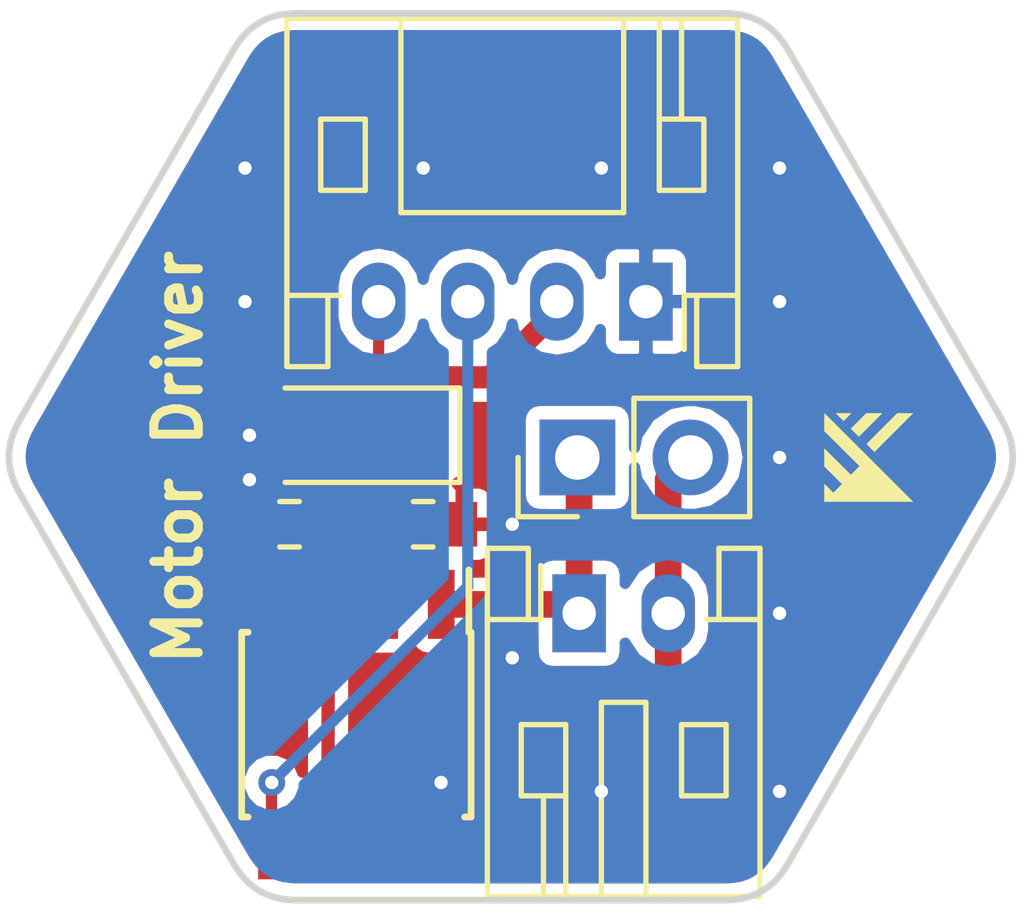
<source format=kicad_pcb>
(kicad_pcb (version 20171130) (host pcbnew 6.0.0-rc1-unknown-r14177-12567c75)

  (general
    (thickness 1.6)
    (drawings 320)
    (tracks 63)
    (zones 0)
    (modules 8)
    (nets 7)
  )

  (page A4)
  (layers
    (0 F.Cu signal)
    (31 B.Cu signal)
    (32 B.Adhes user)
    (33 F.Adhes user)
    (34 B.Paste user)
    (35 F.Paste user)
    (36 B.SilkS user)
    (37 F.SilkS user)
    (38 B.Mask user)
    (39 F.Mask user hide)
    (40 Dwgs.User user)
    (41 Cmts.User user)
    (42 Eco1.User user)
    (43 Eco2.User user)
    (44 Edge.Cuts user)
    (45 Margin user)
    (46 B.CrtYd user)
    (47 F.CrtYd user)
    (48 B.Fab user hide)
    (49 F.Fab user hide)
  )

  (setup
    (last_trace_width 0.25)
    (user_trace_width 0.25)
    (user_trace_width 0.3)
    (user_trace_width 0.35)
    (user_trace_width 0.4)
    (user_trace_width 0.45)
    (user_trace_width 0.5)
    (user_trace_width 0.6)
    (user_trace_width 0.8)
    (trace_clearance 0.2)
    (zone_clearance 0.3)
    (zone_45_only no)
    (trace_min 0.2)
    (via_size 0.6)
    (via_drill 0.3)
    (via_min_size 0.6)
    (via_min_drill 0.3)
    (user_via 0.6 0.3)
    (uvia_size 0.3)
    (uvia_drill 0.1)
    (uvias_allowed no)
    (uvia_min_size 0.2)
    (uvia_min_drill 0.1)
    (edge_width 0.15)
    (segment_width 0.2)
    (pcb_text_width 0.3)
    (pcb_text_size 1.5 1.5)
    (mod_edge_width 0.15)
    (mod_text_size 1 1)
    (mod_text_width 0.15)
    (pad_size 1.7 1.7)
    (pad_drill 1)
    (pad_to_mask_clearance 0.2)
    (solder_mask_min_width 0.25)
    (aux_axis_origin 0 0)
    (visible_elements 7FFFFFFF)
    (pcbplotparams
      (layerselection 0x010fc_ffffffff)
      (usegerberextensions false)
      (usegerberattributes false)
      (usegerberadvancedattributes false)
      (creategerberjobfile false)
      (excludeedgelayer true)
      (linewidth 0.100000)
      (plotframeref false)
      (viasonmask false)
      (mode 1)
      (useauxorigin false)
      (hpglpennumber 1)
      (hpglpenspeed 20)
      (hpglpendiameter 15.000000)
      (psnegative false)
      (psa4output false)
      (plotreference true)
      (plotvalue true)
      (plotinvisibletext false)
      (padsonsilk false)
      (subtractmaskfromsilk false)
      (outputformat 1)
      (mirror false)
      (drillshape 1)
      (scaleselection 1)
      (outputdirectory ""))
  )

  (net 0 "")
  (net 1 VCC)
  (net 2 GND)
  (net 3 SIG_2)
  (net 4 SIG_1)
  (net 5 Mpin_1)
  (net 6 Mpin_2)

  (net_class Default "This is the default net class."
    (clearance 0.2)
    (trace_width 0.25)
    (via_dia 0.6)
    (via_drill 0.3)
    (uvia_dia 0.3)
    (uvia_drill 0.1)
    (add_net GND)
    (add_net Mpin_1)
    (add_net Mpin_2)
    (add_net SIG_1)
    (add_net SIG_2)
    (add_net VCC)
  )

  (module Connector_JST:JST_PH_S4B-PH-K_1x04_P2.00mm_Horizontal (layer F.Cu) (tedit 5AC20DB0) (tstamp 5B0292CE)
    (at 154.5 101.5 180)
    (descr "JST PH series connector, S4B-PH-K (http://www.jst-mfg.com/product/pdf/eng/ePH.pdf), generated with kicad-footprint-generator")
    (tags "connector JST PH top entry")
    (path /5AC202BB)
    (fp_text reference J1 (at 3 -2.55 180) (layer F.SilkS) hide
      (effects (font (size 1 1) (thickness 0.15)))
    )
    (fp_text value Conn_01x04 (at 3 7.45 180) (layer F.Fab)
      (effects (font (size 1 1) (thickness 0.15)))
    )
    (fp_line (start -0.86 0.14) (end -1.14 0.14) (layer F.SilkS) (width 0.12))
    (fp_line (start -1.14 0.14) (end -1.14 -1.46) (layer F.SilkS) (width 0.12))
    (fp_line (start -1.14 -1.46) (end -2.06 -1.46) (layer F.SilkS) (width 0.12))
    (fp_line (start -2.06 -1.46) (end -2.06 6.36) (layer F.SilkS) (width 0.12))
    (fp_line (start -2.06 6.36) (end 8.06 6.36) (layer F.SilkS) (width 0.12))
    (fp_line (start 8.06 6.36) (end 8.06 -1.46) (layer F.SilkS) (width 0.12))
    (fp_line (start 8.06 -1.46) (end 7.14 -1.46) (layer F.SilkS) (width 0.12))
    (fp_line (start 7.14 -1.46) (end 7.14 0.14) (layer F.SilkS) (width 0.12))
    (fp_line (start 7.14 0.14) (end 6.86 0.14) (layer F.SilkS) (width 0.12))
    (fp_line (start 0.5 6.36) (end 0.5 2) (layer F.SilkS) (width 0.12))
    (fp_line (start 0.5 2) (end 5.5 2) (layer F.SilkS) (width 0.12))
    (fp_line (start 5.5 2) (end 5.5 6.36) (layer F.SilkS) (width 0.12))
    (fp_line (start -2.06 0.14) (end -1.14 0.14) (layer F.SilkS) (width 0.12))
    (fp_line (start 8.06 0.14) (end 7.14 0.14) (layer F.SilkS) (width 0.12))
    (fp_line (start -1.3 2.5) (end -1.3 4.1) (layer F.SilkS) (width 0.12))
    (fp_line (start -1.3 4.1) (end -0.3 4.1) (layer F.SilkS) (width 0.12))
    (fp_line (start -0.3 4.1) (end -0.3 2.5) (layer F.SilkS) (width 0.12))
    (fp_line (start -0.3 2.5) (end -1.3 2.5) (layer F.SilkS) (width 0.12))
    (fp_line (start 7.3 2.5) (end 7.3 4.1) (layer F.SilkS) (width 0.12))
    (fp_line (start 7.3 4.1) (end 6.3 4.1) (layer F.SilkS) (width 0.12))
    (fp_line (start 6.3 4.1) (end 6.3 2.5) (layer F.SilkS) (width 0.12))
    (fp_line (start 6.3 2.5) (end 7.3 2.5) (layer F.SilkS) (width 0.12))
    (fp_line (start -0.3 4.1) (end -0.3 6.36) (layer F.SilkS) (width 0.12))
    (fp_line (start -0.8 4.1) (end -0.8 6.36) (layer F.SilkS) (width 0.12))
    (fp_line (start -2.45 -1.85) (end -2.45 6.75) (layer F.CrtYd) (width 0.05))
    (fp_line (start -2.45 6.75) (end 8.45 6.75) (layer F.CrtYd) (width 0.05))
    (fp_line (start 8.45 6.75) (end 8.45 -1.85) (layer F.CrtYd) (width 0.05))
    (fp_line (start 8.45 -1.85) (end -2.45 -1.85) (layer F.CrtYd) (width 0.05))
    (fp_line (start -1.25 0.25) (end -1.25 -1.35) (layer F.Fab) (width 0.1))
    (fp_line (start -1.25 -1.35) (end -1.95 -1.35) (layer F.Fab) (width 0.1))
    (fp_line (start -1.95 -1.35) (end -1.95 6.25) (layer F.Fab) (width 0.1))
    (fp_line (start -1.95 6.25) (end 7.95 6.25) (layer F.Fab) (width 0.1))
    (fp_line (start 7.95 6.25) (end 7.95 -1.35) (layer F.Fab) (width 0.1))
    (fp_line (start 7.95 -1.35) (end 7.25 -1.35) (layer F.Fab) (width 0.1))
    (fp_line (start 7.25 -1.35) (end 7.25 0.25) (layer F.Fab) (width 0.1))
    (fp_line (start 7.25 0.25) (end -1.25 0.25) (layer F.Fab) (width 0.1))
    (fp_line (start -0.86 0.14) (end -0.86 -1.075) (layer F.SilkS) (width 0.12))
    (fp_line (start 0 0.875) (end -0.5 1.375) (layer F.Fab) (width 0.1))
    (fp_line (start -0.5 1.375) (end 0.5 1.375) (layer F.Fab) (width 0.1))
    (fp_line (start 0.5 1.375) (end 0 0.875) (layer F.Fab) (width 0.1))
    (fp_text user %R (at 3 2.5 180) (layer F.Fab)
      (effects (font (size 1 1) (thickness 0.15)))
    )
    (pad 1 thru_hole rect (at 0 0 180) (size 1.2 1.75) (drill 0.75) (layers *.Cu *.Mask)
      (net 2 GND))
    (pad 2 thru_hole oval (at 2 0 180) (size 1.2 1.75) (drill 0.75) (layers *.Cu *.Mask)
      (net 1 VCC))
    (pad 3 thru_hole oval (at 4 0 180) (size 1.2 1.75) (drill 0.75) (layers *.Cu *.Mask)
      (net 3 SIG_2))
    (pad 4 thru_hole oval (at 6 0 180) (size 1.2 1.75) (drill 0.75) (layers *.Cu *.Mask)
      (net 4 SIG_1))
    (model ${KISYS3DMOD}/Connector_JST.3dshapes/JST_PH_S4B-PH-K_1x04_P2.00mm_Horizontal.wrl
      (at (xyz 0 0 0))
      (scale (xyz 1 1 1))
      (rotate (xyz 0 0 0))
    )
  )

  (module Package_SO:SOIC-8_3.9x4.9mm_P1.27mm (layer F.Cu) (tedit 5AC21DE0) (tstamp 5B010C6B)
    (at 148 111 270)
    (descr "8-Lead Plastic Small Outline (SN) - Narrow, 3.90 mm Body [SOIC] (see Microchip Packaging Specification 00000049BS.pdf)")
    (tags "SOIC 1.27")
    (path /5AC20857)
    (attr smd)
    (fp_text reference U1 (at 0 -3.5 270) (layer F.SilkS) hide
      (effects (font (size 1 1) (thickness 0.15)))
    )
    (fp_text value Diodes_ZXBM5210 (at 0 3.5 270) (layer F.Fab)
      (effects (font (size 1 1) (thickness 0.15)))
    )
    (fp_text user %R (at 0 0 270) (layer F.Fab)
      (effects (font (size 1 1) (thickness 0.15)))
    )
    (fp_line (start -0.95 -2.45) (end 1.95 -2.45) (layer F.Fab) (width 0.1))
    (fp_line (start 1.95 -2.45) (end 1.95 2.45) (layer F.Fab) (width 0.1))
    (fp_line (start 1.95 2.45) (end -1.95 2.45) (layer F.Fab) (width 0.1))
    (fp_line (start -1.95 2.45) (end -1.95 -1.45) (layer F.Fab) (width 0.1))
    (fp_line (start -1.95 -1.45) (end -0.95 -2.45) (layer F.Fab) (width 0.1))
    (fp_line (start -3.73 -2.7) (end -3.73 2.7) (layer F.CrtYd) (width 0.05))
    (fp_line (start 3.73 -2.7) (end 3.73 2.7) (layer F.CrtYd) (width 0.05))
    (fp_line (start -3.73 -2.7) (end 3.73 -2.7) (layer F.CrtYd) (width 0.05))
    (fp_line (start -3.73 2.7) (end 3.73 2.7) (layer F.CrtYd) (width 0.05))
    (fp_line (start -2.075 -2.575) (end -2.075 -2.525) (layer F.SilkS) (width 0.15))
    (fp_line (start 2.075 -2.575) (end 2.075 -2.43) (layer F.SilkS) (width 0.15))
    (fp_line (start 2.075 2.575) (end 2.075 2.43) (layer F.SilkS) (width 0.15))
    (fp_line (start -2.075 2.575) (end -2.075 2.43) (layer F.SilkS) (width 0.15))
    (fp_line (start -2.075 -2.575) (end 2.075 -2.575) (layer F.SilkS) (width 0.15))
    (fp_line (start -2.075 2.575) (end 2.075 2.575) (layer F.SilkS) (width 0.15))
    (fp_line (start -2.075 -2.525) (end -3.475 -2.525) (layer F.SilkS) (width 0.15))
    (pad 1 smd rect (at -2.7 -1.905 270) (size 1.55 0.6) (layers F.Cu F.Paste F.Mask)
      (net 5 Mpin_1))
    (pad 2 smd rect (at -2.7 -0.635 270) (size 1.55 0.6) (layers F.Cu F.Paste F.Mask)
      (net 1 VCC))
    (pad 3 smd rect (at -2.7 0.634999 270) (size 1.55 0.6) (layers F.Cu F.Paste F.Mask)
      (net 1 VCC))
    (pad 4 smd rect (at -2.7 1.905 270) (size 1.55 0.6) (layers F.Cu F.Paste F.Mask)
      (net 4 SIG_1))
    (pad 5 smd rect (at 2.7 1.905 270) (size 1.55 0.6) (layers F.Cu F.Paste F.Mask)
      (net 3 SIG_2))
    (pad 6 smd rect (at 2.7 0.635 270) (size 1.55 0.6) (layers F.Cu F.Paste F.Mask)
      (net 1 VCC))
    (pad 7 smd rect (at 2.7 -0.634999 270) (size 1.55 0.6) (layers F.Cu F.Paste F.Mask)
      (net 6 Mpin_2))
    (pad 8 smd rect (at 2.7 -1.905 270) (size 1.55 0.6) (layers F.Cu F.Paste F.Mask)
      (net 2 GND))
    (model ${KISYS3DMOD}/Package_SO.3dshapes/SOIC-8_3.9x4.9mm_P1.27mm.wrl
      (at (xyz 0 0 0))
      (scale (xyz 1 1 1))
      (rotate (xyz 0 0 0))
    )
  )

  (module Capacitor_SMD:C_0603_1608Metric (layer F.Cu) (tedit 5AC7791F) (tstamp 5AC852D6)
    (at 146.5 106.5 180)
    (descr "Capacitor SMD 0603 (1608 Metric), square (rectangular) end terminal, IPC_7351 nominal, (Body size source: http://www.tortai-tech.com/upload/download/2011102023233369053.pdf), generated with kicad-footprint-generator")
    (tags capacitor)
    (path /5AC20B0F)
    (attr smd)
    (fp_text reference C1 (at 0 -1.65 180) (layer F.SilkS) hide
      (effects (font (size 1 1) (thickness 0.15)))
    )
    (fp_text value 1uF (at 0 1.65 180) (layer F.Fab)
      (effects (font (size 1 1) (thickness 0.15)))
    )
    (fp_line (start -0.8 0.4) (end -0.8 -0.4) (layer F.Fab) (width 0.1))
    (fp_line (start -0.8 -0.4) (end 0.8 -0.4) (layer F.Fab) (width 0.1))
    (fp_line (start 0.8 -0.4) (end 0.8 0.4) (layer F.Fab) (width 0.1))
    (fp_line (start 0.8 0.4) (end -0.8 0.4) (layer F.Fab) (width 0.1))
    (fp_line (start -0.22 -0.51) (end 0.22 -0.51) (layer F.SilkS) (width 0.12))
    (fp_line (start -0.22 0.51) (end 0.22 0.51) (layer F.SilkS) (width 0.12))
    (fp_line (start -1.46 0.75) (end -1.46 -0.75) (layer F.CrtYd) (width 0.05))
    (fp_line (start -1.46 -0.75) (end 1.46 -0.75) (layer F.CrtYd) (width 0.05))
    (fp_line (start 1.46 -0.75) (end 1.46 0.75) (layer F.CrtYd) (width 0.05))
    (fp_line (start 1.46 0.75) (end -1.46 0.75) (layer F.CrtYd) (width 0.05))
    (fp_text user %R (at 0 0 180) (layer F.Fab)
      (effects (font (size 0.5 0.5) (thickness 0.08)))
    )
    (pad 1 smd rect (at -0.875 0 180) (size 0.67 1) (layers F.Cu F.Paste F.Mask)
      (net 1 VCC))
    (pad 2 smd rect (at 0.875 0 180) (size 0.67 1) (layers F.Cu F.Paste F.Mask)
      (net 2 GND))
    (model ${KISYS3DMOD}/Capacitor_SMD.3dshapes/C_0603_1608Metric.wrl
      (at (xyz 0 0 0))
      (scale (xyz 1 1 1))
      (rotate (xyz 0 0 0))
    )
  )

  (module Capacitor_SMD:C_0603_1608Metric (layer F.Cu) (tedit 5AC77921) (tstamp 5AC852E6)
    (at 149.5 106.5)
    (descr "Capacitor SMD 0603 (1608 Metric), square (rectangular) end terminal, IPC_7351 nominal, (Body size source: http://www.tortai-tech.com/upload/download/2011102023233369053.pdf), generated with kicad-footprint-generator")
    (tags capacitor)
    (path /5AC214BA)
    (attr smd)
    (fp_text reference C2 (at 0 -1.65) (layer F.SilkS) hide
      (effects (font (size 1 1) (thickness 0.15)))
    )
    (fp_text value 1uF (at 0 1.65) (layer F.Fab)
      (effects (font (size 1 1) (thickness 0.15)))
    )
    (fp_text user %R (at 0 0) (layer F.Fab)
      (effects (font (size 0.5 0.5) (thickness 0.08)))
    )
    (fp_line (start 1.46 0.75) (end -1.46 0.75) (layer F.CrtYd) (width 0.05))
    (fp_line (start 1.46 -0.75) (end 1.46 0.75) (layer F.CrtYd) (width 0.05))
    (fp_line (start -1.46 -0.75) (end 1.46 -0.75) (layer F.CrtYd) (width 0.05))
    (fp_line (start -1.46 0.75) (end -1.46 -0.75) (layer F.CrtYd) (width 0.05))
    (fp_line (start -0.22 0.51) (end 0.22 0.51) (layer F.SilkS) (width 0.12))
    (fp_line (start -0.22 -0.51) (end 0.22 -0.51) (layer F.SilkS) (width 0.12))
    (fp_line (start 0.8 0.4) (end -0.8 0.4) (layer F.Fab) (width 0.1))
    (fp_line (start 0.8 -0.4) (end 0.8 0.4) (layer F.Fab) (width 0.1))
    (fp_line (start -0.8 -0.4) (end 0.8 -0.4) (layer F.Fab) (width 0.1))
    (fp_line (start -0.8 0.4) (end -0.8 -0.4) (layer F.Fab) (width 0.1))
    (pad 2 smd rect (at 0.875 0) (size 0.67 1) (layers F.Cu F.Paste F.Mask)
      (net 2 GND))
    (pad 1 smd rect (at -0.875 0) (size 0.67 1) (layers F.Cu F.Paste F.Mask)
      (net 1 VCC))
    (model ${KISYS3DMOD}/Capacitor_SMD.3dshapes/C_0603_1608Metric.wrl
      (at (xyz 0 0 0))
      (scale (xyz 1 1 1))
      (rotate (xyz 0 0 0))
    )
  )

  (module Connector_PinHeader_2.54mm:PinHeader_1x02_P2.54mm_Vertical (layer F.Cu) (tedit 5AC7778E) (tstamp 5AC852F6)
    (at 152.96 105 90)
    (descr "Through hole straight pin header, 1x02, 2.54mm pitch, single row")
    (tags "Through hole pin header THT 1x02 2.54mm single row")
    (path /5AC23FCA)
    (fp_text reference J3 (at 0 -2.33 90) (layer F.SilkS) hide
      (effects (font (size 1 1) (thickness 0.15)))
    )
    (fp_text value Conn_01x02 (at 0 4.87 90) (layer F.Fab)
      (effects (font (size 1 1) (thickness 0.15)))
    )
    (fp_line (start -0.635 -1.27) (end 1.27 -1.27) (layer F.Fab) (width 0.1))
    (fp_line (start 1.27 -1.27) (end 1.27 3.81) (layer F.Fab) (width 0.1))
    (fp_line (start 1.27 3.81) (end -1.27 3.81) (layer F.Fab) (width 0.1))
    (fp_line (start -1.27 3.81) (end -1.27 -0.635) (layer F.Fab) (width 0.1))
    (fp_line (start -1.27 -0.635) (end -0.635 -1.27) (layer F.Fab) (width 0.1))
    (fp_line (start -1.33 3.87) (end 1.33 3.87) (layer F.SilkS) (width 0.12))
    (fp_line (start -1.33 1.27) (end -1.33 3.87) (layer F.SilkS) (width 0.12))
    (fp_line (start 1.33 1.27) (end 1.33 3.87) (layer F.SilkS) (width 0.12))
    (fp_line (start -1.33 1.27) (end 1.33 1.27) (layer F.SilkS) (width 0.12))
    (fp_line (start -1.33 0) (end -1.33 -1.33) (layer F.SilkS) (width 0.12))
    (fp_line (start -1.33 -1.33) (end 0 -1.33) (layer F.SilkS) (width 0.12))
    (fp_line (start -1.8 -1.8) (end -1.8 4.35) (layer F.CrtYd) (width 0.05))
    (fp_line (start -1.8 4.35) (end 1.8 4.35) (layer F.CrtYd) (width 0.05))
    (fp_line (start 1.8 4.35) (end 1.8 -1.8) (layer F.CrtYd) (width 0.05))
    (fp_line (start 1.8 -1.8) (end -1.8 -1.8) (layer F.CrtYd) (width 0.05))
    (fp_text user %R (at 0 1.27 180) (layer F.Fab)
      (effects (font (size 1 1) (thickness 0.15)))
    )
    (pad 1 thru_hole rect (at 0 0 90) (size 1.7 1.7) (drill 1) (layers *.Cu *.Mask)
      (net 5 Mpin_1))
    (pad 2 thru_hole oval (at 0 2.54 90) (size 1.7 1.7) (drill 1) (layers *.Cu *.Mask)
      (net 6 Mpin_2))
    (model ${KISYS3DMOD}/Connector_PinHeader_2.54mm.3dshapes/PinHeader_1x02_P2.54mm_Vertical.wrl
      (at (xyz 0 0 0))
      (scale (xyz 1 1 1))
      (rotate (xyz 0 0 0))
    )
  )

  (module Capacitor_Tantalum_SMD:CP_EIA-3216-12_Kemet-S (layer F.Cu) (tedit 5AC77A4D) (tstamp 5AC8E396)
    (at 148 104.5 180)
    (descr "Tantalum Capacitor SMD Kemet-S (3216-12 Metric), IPC_7351 nominal, (Body size from: http://www.kemet.com/Lists/ProductCatalog/Attachments/253/KEM_TC101_STD.pdf), generated with kicad-footprint-generator")
    (tags "capacitor tantalum")
    (path /5AC7AC9A)
    (attr smd)
    (fp_text reference C3 (at 0 -1.75 180) (layer F.SilkS) hide
      (effects (font (size 1 1) (thickness 0.15)))
    )
    (fp_text value 22uF (at 0 1.75 180) (layer F.Fab)
      (effects (font (size 1 1) (thickness 0.15)))
    )
    (fp_line (start 1.6 -0.8) (end -1.2 -0.8) (layer F.Fab) (width 0.1))
    (fp_line (start -1.2 -0.8) (end -1.6 -0.4) (layer F.Fab) (width 0.1))
    (fp_line (start -1.6 -0.4) (end -1.6 0.8) (layer F.Fab) (width 0.1))
    (fp_line (start -1.6 0.8) (end 1.6 0.8) (layer F.Fab) (width 0.1))
    (fp_line (start 1.6 0.8) (end 1.6 -0.8) (layer F.Fab) (width 0.1))
    (fp_line (start 1.6 -1.06) (end -2.32 -1.06) (layer F.SilkS) (width 0.12))
    (fp_line (start -2.32 -1.06) (end -2.32 1.06) (layer F.SilkS) (width 0.12))
    (fp_line (start -2.32 1.06) (end 1.6 1.06) (layer F.SilkS) (width 0.12))
    (fp_line (start -2.31 1.05) (end -2.31 -1.05) (layer F.CrtYd) (width 0.05))
    (fp_line (start -2.31 -1.05) (end 2.31 -1.05) (layer F.CrtYd) (width 0.05))
    (fp_line (start 2.31 -1.05) (end 2.31 1.05) (layer F.CrtYd) (width 0.05))
    (fp_line (start 2.31 1.05) (end -2.31 1.05) (layer F.CrtYd) (width 0.05))
    (fp_text user %R (at 0 0 180) (layer F.Fab)
      (effects (font (size 0.8 0.8) (thickness 0.12)))
    )
    (pad 1 smd rect (at -1.38 0 180) (size 1.36 1.4) (layers F.Cu F.Paste F.Mask)
      (net 1 VCC))
    (pad 2 smd rect (at 1.38 0 180) (size 1.36 1.4) (layers F.Cu F.Paste F.Mask)
      (net 2 GND))
    (model ${KISYS3DMOD}/Capacitor_Tantalum_SMD.3dshapes/CP_EIA-3216-12_Kemet-S.wrl
      (at (xyz 0 0 0))
      (scale (xyz 1 1 1))
      (rotate (xyz 0 0 0))
    )
  )

  (module JST_PH_S2B-PH-K_1x02_P2.00mm_Horizontal (layer F.Cu) (tedit 5A0EDEC2) (tstamp 5AC8F076)
    (at 153 108.5)
    (descr "JST PH series connector, S2B-PH-K (http://www.jst-mfg.com/product/pdf/eng/ePH.pdf), generated with kicad-footprint-generator")
    (tags "connector JST PH top entry")
    (path /5AC7B6BD)
    (fp_text reference J2 (at 1 -2.55) (layer F.SilkS) hide
      (effects (font (size 1 1) (thickness 0.15)))
    )
    (fp_text value Conn_01x02 (at 1 7.45) (layer F.Fab)
      (effects (font (size 1 1) (thickness 0.15)))
    )
    (fp_line (start -0.86 0.14) (end -1.14 0.14) (layer F.SilkS) (width 0.12))
    (fp_line (start -1.14 0.14) (end -1.14 -1.46) (layer F.SilkS) (width 0.12))
    (fp_line (start -1.14 -1.46) (end -2.06 -1.46) (layer F.SilkS) (width 0.12))
    (fp_line (start -2.06 -1.46) (end -2.06 6.36) (layer F.SilkS) (width 0.12))
    (fp_line (start -2.06 6.36) (end 4.06 6.36) (layer F.SilkS) (width 0.12))
    (fp_line (start 4.06 6.36) (end 4.06 -1.46) (layer F.SilkS) (width 0.12))
    (fp_line (start 4.06 -1.46) (end 3.14 -1.46) (layer F.SilkS) (width 0.12))
    (fp_line (start 3.14 -1.46) (end 3.14 0.14) (layer F.SilkS) (width 0.12))
    (fp_line (start 3.14 0.14) (end 2.86 0.14) (layer F.SilkS) (width 0.12))
    (fp_line (start 0.5 6.36) (end 0.5 2) (layer F.SilkS) (width 0.12))
    (fp_line (start 0.5 2) (end 1.5 2) (layer F.SilkS) (width 0.12))
    (fp_line (start 1.5 2) (end 1.5 6.36) (layer F.SilkS) (width 0.12))
    (fp_line (start -2.06 0.14) (end -1.14 0.14) (layer F.SilkS) (width 0.12))
    (fp_line (start 4.06 0.14) (end 3.14 0.14) (layer F.SilkS) (width 0.12))
    (fp_line (start -1.3 2.5) (end -1.3 4.1) (layer F.SilkS) (width 0.12))
    (fp_line (start -1.3 4.1) (end -0.3 4.1) (layer F.SilkS) (width 0.12))
    (fp_line (start -0.3 4.1) (end -0.3 2.5) (layer F.SilkS) (width 0.12))
    (fp_line (start -0.3 2.5) (end -1.3 2.5) (layer F.SilkS) (width 0.12))
    (fp_line (start 3.3 2.5) (end 3.3 4.1) (layer F.SilkS) (width 0.12))
    (fp_line (start 3.3 4.1) (end 2.3 4.1) (layer F.SilkS) (width 0.12))
    (fp_line (start 2.3 4.1) (end 2.3 2.5) (layer F.SilkS) (width 0.12))
    (fp_line (start 2.3 2.5) (end 3.3 2.5) (layer F.SilkS) (width 0.12))
    (fp_line (start -0.3 4.1) (end -0.3 6.36) (layer F.SilkS) (width 0.12))
    (fp_line (start -0.8 4.1) (end -0.8 6.36) (layer F.SilkS) (width 0.12))
    (fp_line (start -2.45 -1.85) (end -2.45 6.75) (layer F.CrtYd) (width 0.05))
    (fp_line (start -2.45 6.75) (end 4.45 6.75) (layer F.CrtYd) (width 0.05))
    (fp_line (start 4.45 6.75) (end 4.45 -1.85) (layer F.CrtYd) (width 0.05))
    (fp_line (start 4.45 -1.85) (end -2.45 -1.85) (layer F.CrtYd) (width 0.05))
    (fp_line (start -1.25 0.25) (end -1.25 -1.35) (layer F.Fab) (width 0.1))
    (fp_line (start -1.25 -1.35) (end -1.95 -1.35) (layer F.Fab) (width 0.1))
    (fp_line (start -1.95 -1.35) (end -1.95 6.25) (layer F.Fab) (width 0.1))
    (fp_line (start -1.95 6.25) (end 3.95 6.25) (layer F.Fab) (width 0.1))
    (fp_line (start 3.95 6.25) (end 3.95 -1.35) (layer F.Fab) (width 0.1))
    (fp_line (start 3.95 -1.35) (end 3.25 -1.35) (layer F.Fab) (width 0.1))
    (fp_line (start 3.25 -1.35) (end 3.25 0.25) (layer F.Fab) (width 0.1))
    (fp_line (start 3.25 0.25) (end -1.25 0.25) (layer F.Fab) (width 0.1))
    (fp_line (start -0.86 0.14) (end -0.86 -1.075) (layer F.SilkS) (width 0.12))
    (fp_line (start 0 0.875) (end -0.5 1.375) (layer F.Fab) (width 0.1))
    (fp_line (start -0.5 1.375) (end 0.5 1.375) (layer F.Fab) (width 0.1))
    (fp_line (start 0.5 1.375) (end 0 0.875) (layer F.Fab) (width 0.1))
    (fp_text user %R (at 1 2.5) (layer F.Fab)
      (effects (font (size 1 1) (thickness 0.15)))
    )
    (pad 1 thru_hole rect (at 0 0) (size 1.2 1.75) (drill 0.75) (layers *.Cu *.Mask)
      (net 5 Mpin_1))
    (pad 2 thru_hole oval (at 2 0) (size 1.2 1.75) (drill 0.75) (layers *.Cu *.Mask)
      (net 6 Mpin_2))
    (model ${KISYS3DMOD}/Connector_JST.3dshapes/JST_PH_S2B-PH-K_1x02_P2.00mm_Horizontal.wrl
      (at (xyz 0 0 0))
      (scale (xyz 1 1 1))
      (rotate (xyz 0 0 0))
    )
  )

  (module GiraffeTech-Utility:MakerPlayground_logo_2x2mm (layer F.Cu) (tedit 0) (tstamp 5AD073B4)
    (at 159.5 105 90)
    (fp_text reference G*** (at 0 0 90) (layer F.SilkS) hide
      (effects (font (size 1.524 1.524) (thickness 0.3)))
    )
    (fp_text value LOGO (at 0.75 0 90) (layer F.SilkS) hide
      (effects (font (size 1.524 1.524) (thickness 0.3)))
    )
    (fp_poly (pts (xy 0.992188 -0.564543) (xy 0.992164 -0.528929) (xy 0.992097 -0.495895) (xy 0.991991 -0.466261)
      (xy 0.991852 -0.440843) (xy 0.991684 -0.420459) (xy 0.991492 -0.405926) (xy 0.991282 -0.398062)
      (xy 0.99116 -0.396875) (xy 0.988207 -0.399571) (xy 0.980351 -0.407199) (xy 0.968291 -0.419067)
      (xy 0.952725 -0.434484) (xy 0.934354 -0.452758) (xy 0.913876 -0.4732) (xy 0.906847 -0.480231)
      (xy 0.823563 -0.563586) (xy 0.907875 -0.647899) (xy 0.992188 -0.732211) (xy 0.992188 -0.564543)) (layer F.SilkS) (width 0.01))
    (fp_poly (pts (xy 0.992272 -0.049513) (xy 0.991238 0.124084) (xy 0.990203 0.297682) (xy 0.731231 0.038685)
      (xy 0.472259 -0.220311) (xy 0.559597 -0.307581) (xy 0.646934 -0.394851) (xy 0.992272 -0.049513)) (layer F.SilkS) (width 0.01))
    (fp_poly (pts (xy 0.306845 -0.036934) (xy 0.315366 -0.028902) (xy 0.328804 -0.015931) (xy 0.346812 0.001638)
      (xy 0.369045 0.023463) (xy 0.39516 0.049204) (xy 0.424812 0.078521) (xy 0.457655 0.111071)
      (xy 0.493344 0.146515) (xy 0.531535 0.184511) (xy 0.571883 0.224719) (xy 0.614044 0.266798)
      (xy 0.649934 0.302669) (xy 0.992273 0.645025) (xy 0.990203 0.990203) (xy 0.559594 0.560703)
      (xy 0.128984 0.131202) (xy 0.214278 0.045757) (xy 0.235683 0.024442) (xy 0.255382 0.005068)
      (xy 0.272657 -0.011676) (xy 0.28679 -0.025103) (xy 0.297063 -0.034528) (xy 0.302757 -0.039261)
      (xy 0.303583 -0.039687) (xy 0.306845 -0.036934)) (layer F.SilkS) (width 0.01))
    (fp_poly (pts (xy 0.790777 -0.991434) (xy 0.988227 -0.990203) (xy -0.992187 0.990197) (xy -0.992187 -0.992187)
      (xy -0.601395 -0.992187) (xy -0.646963 -0.945555) (xy -0.665935 -0.926151) (xy -0.688266 -0.903332)
      (xy -0.711752 -0.879346) (xy -0.734194 -0.856442) (xy -0.745114 -0.845303) (xy -0.797697 -0.791685)
      (xy -0.698482 -0.692529) (xy -0.599266 -0.593373) (xy -0.399829 -0.79278) (xy -0.200393 -0.992187)
      (xy 0.195473 -0.992187) (xy -0.099139 -0.695955) (xy -0.39375 -0.399723) (xy -0.194618 -0.200591)
      (xy 0.199355 -0.596628) (xy 0.593328 -0.992663) (xy 0.790777 -0.991434)) (layer F.SilkS) (width 0.01))
  )

  (gr_line (start 157.783932 96.00557) (end 157.759527 95.9633) (layer Edge.Cuts) (width 0.15))
  (gr_line (start 157.820867 96.069542) (end 157.783932 96.00557) (layer Edge.Cuts) (width 0.15))
  (gr_line (start 157.963234 96.316131) (end 157.878058 96.1686) (layer Edge.Cuts) (width 0.15))
  (gr_line (start 160.986441 101.552508) (end 160.610804 100.901882) (layer Edge.Cuts) (width 0.15))
  (gr_line (start 161.623956 102.656724) (end 161.328938 102.145735) (layer Edge.Cuts) (width 0.15))
  (gr_line (start 159.817476 99.527791) (end 159.428468 98.854004) (layer Edge.Cuts) (width 0.15))
  (gr_line (start 159.063683 98.222176) (end 158.737465 97.657144) (layer Edge.Cuts) (width 0.15))
  (gr_line (start 158.737465 97.657144) (end 158.463952 97.183405) (layer Edge.Cuts) (width 0.15))
  (gr_line (start 157.878058 96.1686) (end 157.820867 96.069542) (layer Edge.Cuts) (width 0.15))
  (gr_line (start 159.428468 98.854004) (end 159.063683 98.222176) (layer Edge.Cuts) (width 0.15))
  (gr_line (start 158.463952 97.183405) (end 158.248454 96.810148) (layer Edge.Cuts) (width 0.15))
  (gr_line (start 160.610804 100.901882) (end 160.216369 100.218697) (layer Edge.Cuts) (width 0.15))
  (gr_line (start 158.084124 96.525518) (end 157.963234 96.316131) (layer Edge.Cuts) (width 0.15))
  (gr_line (start 157.691267 95.846148) (end 157.659919 95.794933) (layer Edge.Cuts) (width 0.15))
  (gr_line (start 157.717957 95.891386) (end 157.691267 95.846148) (layer Edge.Cuts) (width 0.15))
  (gr_line (start 157.739923 95.929345) (end 157.717957 95.891386) (layer Edge.Cuts) (width 0.15))
  (gr_line (start 157.759527 95.9633) (end 157.739923 95.929345) (layer Edge.Cuts) (width 0.15))
  (gr_line (start 161.328938 102.145735) (end 160.986441 101.552508) (layer Edge.Cuts) (width 0.15))
  (gr_line (start 158.248454 96.810148) (end 158.084124 96.525518) (layer Edge.Cuts) (width 0.15))
  (gr_line (start 160.216369 100.218697) (end 159.817476 99.527791) (layer Edge.Cuts) (width 0.15))
  (gr_line (start 157.623998 95.739077) (end 157.58359 95.679916) (layer Edge.Cuts) (width 0.15))
  (gr_line (start 157.659919 95.794933) (end 157.623998 95.739077) (layer Edge.Cuts) (width 0.15))
  (gr_line (start 157.58359 95.679916) (end 157.538778 95.618788) (layer Edge.Cuts) (width 0.15))
  (gr_line (start 162.667971 104.557521) (end 162.641776 104.48078) (layer Edge.Cuts) (width 0.15))
  (gr_line (start 162.254755 106.217231) (end 162.329219 106.088257) (layer Edge.Cuts) (width 0.15))
  (gr_line (start 162.39008 103.983698) (end 162.389842 103.983285) (layer Edge.Cuts) (width 0.15))
  (gr_line (start 162.582319 104.337983) (end 162.551287 104.273411) (layer Edge.Cuts) (width 0.15))
  (gr_line (start 162.531419 105.732088) (end 162.562177 105.671022) (layer Edge.Cuts) (width 0.15))
  (gr_line (start 162.562177 105.671022) (end 162.593161 105.604678) (layer Edge.Cuts) (width 0.15))
  (gr_line (start 162.147295 106.403359) (end 162.254755 106.217231) (layer Edge.Cuts) (width 0.15))
  (gr_line (start 162.391087 103.985441) (end 162.39008 103.983698) (layer Edge.Cuts) (width 0.15))
  (gr_line (start 162.39342 103.989481) (end 162.391087 103.985441) (layer Edge.Cuts) (width 0.15))
  (gr_line (start 162.641776 104.48078) (end 162.612854 104.407354) (layer Edge.Cuts) (width 0.15))
  (gr_line (start 162.707992 104.718054) (end 162.690325 104.636836) (layer Edge.Cuts) (width 0.15))
  (gr_line (start 162.730595 105.052678) (end 162.732154 104.968456) (layer Edge.Cuts) (width 0.15))
  (gr_line (start 162.72423 105.136531) (end 162.730595 105.052678) (layer Edge.Cuts) (width 0.15))
  (gr_line (start 162.67632 105.381387) (end 162.69708 105.301337) (layer Edge.Cuts) (width 0.15))
  (gr_line (start 162.431901 105.910406) (end 162.451651 105.8762) (layer Edge.Cuts) (width 0.15))
  (gr_line (start 162.502002 105.787134) (end 162.531419 105.732088) (layer Edge.Cuts) (width 0.15))
  (gr_line (start 162.378412 106.003051) (end 162.410064 105.94823) (layer Edge.Cuts) (width 0.15))
  (gr_line (start 162.444484 104.077922) (end 162.427159 104.047916) (layer Edge.Cuts) (width 0.15))
  (gr_line (start 162.551287 104.273411) (end 162.520874 104.214377) (layer Edge.Cuts) (width 0.15))
  (gr_line (start 162.69708 105.301337) (end 162.713058 105.219567) (layer Edge.Cuts) (width 0.15))
  (gr_line (start 162.329219 106.088257) (end 162.378412 106.003051) (layer Edge.Cuts) (width 0.15))
  (gr_line (start 162.404293 104.008313) (end 162.397636 103.996783) (layer Edge.Cuts) (width 0.15))
  (gr_line (start 162.593161 105.604678) (end 162.623257 105.533796) (layer Edge.Cuts) (width 0.15))
  (gr_line (start 162.728906 104.884312) (end 162.720852 104.800696) (layer Edge.Cuts) (width 0.15))
  (gr_line (start 162.492192 104.161624) (end 162.466359 104.115893) (layer Edge.Cuts) (width 0.15))
  (gr_line (start 162.720852 104.800696) (end 162.707992 104.718054) (layer Edge.Cuts) (width 0.15))
  (gr_line (start 162.475041 105.835418) (end 162.502002 105.787134) (layer Edge.Cuts) (width 0.15))
  (gr_line (start 162.397636 103.996783) (end 162.39342 103.989481) (layer Edge.Cuts) (width 0.15))
  (gr_line (start 162.732154 104.968456) (end 162.728906 104.884312) (layer Edge.Cuts) (width 0.15))
  (gr_line (start 162.368304 103.94598) (end 162.333069 103.88495) (layer Edge.Cuts) (width 0.15))
  (gr_line (start 162.384741 103.974449) (end 162.368304 103.94598) (layer Edge.Cuts) (width 0.15))
  (gr_line (start 162.413948 104.025035) (end 162.404293 104.008313) (layer Edge.Cuts) (width 0.15))
  (gr_line (start 162.623257 105.533796) (end 162.651348 105.459118) (layer Edge.Cuts) (width 0.15))
  (gr_line (start 162.410064 105.94823) (end 162.431901 105.910406) (layer Edge.Cuts) (width 0.15))
  (gr_line (start 162.690325 104.636836) (end 162.667971 104.557521) (layer Edge.Cuts) (width 0.15))
  (gr_line (start 162.612854 104.407354) (end 162.582319 104.337983) (layer Edge.Cuts) (width 0.15))
  (gr_line (start 162.713058 105.219567) (end 162.72423 105.136531) (layer Edge.Cuts) (width 0.15))
  (gr_line (start 162.651348 105.459118) (end 162.67632 105.381387) (layer Edge.Cuts) (width 0.15))
  (gr_line (start 162.466359 104.115893) (end 162.444484 104.077922) (layer Edge.Cuts) (width 0.15))
  (gr_line (start 162.520874 104.214377) (end 162.492192 104.161624) (layer Edge.Cuts) (width 0.15))
  (gr_line (start 162.427159 104.047916) (end 162.413948 104.025035) (layer Edge.Cuts) (width 0.15))
  (gr_line (start 162.38955 103.982779) (end 162.384741 103.974449) (layer Edge.Cuts) (width 0.15))
  (gr_line (start 162.389842 103.983285) (end 162.38955 103.982779) (layer Edge.Cuts) (width 0.15))
  (gr_line (start 162.451651 105.8762) (end 162.475041 105.835418) (layer Edge.Cuts) (width 0.15))
  (gr_line (start 140.2156 105.181546) (end 140.22937 105.263953) (layer Edge.Cuts) (width 0.15))
  (gr_line (start 140.206636 105.098079) (end 140.2156 105.181546) (layer Edge.Cuts) (width 0.15))
  (gr_line (start 140.419107 105.762638) (end 140.447335 105.814121) (layer Edge.Cuts) (width 0.15))
  (gr_line (start 140.861646 106.532485) (end 141.035064 106.832854) (layer Edge.Cuts) (width 0.15))
  (gr_line (start 140.447335 105.814121) (end 140.472504 105.858441) (layer Edge.Cuts) (width 0.15))
  (gr_line (start 140.247946 105.344852) (end 140.271112 105.423738) (layer Edge.Cuts) (width 0.15))
  (gr_line (start 140.297908 105.499911) (end 140.327221 105.572629) (layer Edge.Cuts) (width 0.15))
  (gr_line (start 140.513539 105.929549) (end 140.539722 105.974899) (layer Edge.Cuts) (width 0.15))
  (gr_line (start 143.433759 110.98751) (end 143.804228 111.62918) (layer Edge.Cuts) (width 0.15))
  (gr_line (start 141.880179 108.296634) (end 142.250648 108.938304) (layer Edge.Cuts) (width 0.15))
  (gr_line (start 141.035064 106.832854) (end 141.261114 107.224384) (layer Edge.Cuts) (width 0.15))
  (gr_line (start 141.545562 107.717062) (end 141.880179 108.296634) (layer Edge.Cuts) (width 0.15))
  (gr_line (start 140.472504 105.858441) (end 140.493619 105.895048) (layer Edge.Cuts) (width 0.15))
  (gr_line (start 140.388936 105.704734) (end 140.419107 105.762638) (layer Edge.Cuts) (width 0.15))
  (gr_line (start 140.357935 105.64115) (end 140.388936 105.704734) (layer Edge.Cuts) (width 0.15))
  (gr_line (start 143.041779 110.308581) (end 143.433759 110.98751) (layer Edge.Cuts) (width 0.15))
  (gr_line (start 142.642628 109.617233) (end 143.041779 110.308581) (layer Edge.Cuts) (width 0.15))
  (gr_line (start 140.22937 105.263953) (end 140.247946 105.344852) (layer Edge.Cuts) (width 0.15))
  (gr_line (start 140.493619 105.895048) (end 140.513539 105.929549) (layer Edge.Cuts) (width 0.15))
  (gr_line (start 141.261114 107.224384) (end 141.545562 107.717062) (layer Edge.Cuts) (width 0.15))
  (gr_line (start 142.250648 108.938304) (end 142.642628 109.617233) (layer Edge.Cuts) (width 0.15))
  (gr_line (start 140.73313 106.30989) (end 140.861646 106.532485) (layer Edge.Cuts) (width 0.15))
  (gr_line (start 140.327221 105.572629) (end 140.357935 105.64115) (layer Edge.Cuts) (width 0.15))
  (gr_line (start 140.641789 106.151684) (end 140.73313 106.30989) (layer Edge.Cuts) (width 0.15))
  (gr_line (start 140.579896 106.044482) (end 140.641789 106.151684) (layer Edge.Cuts) (width 0.15))
  (gr_line (start 140.539722 105.974899) (end 140.579896 106.044482) (layer Edge.Cuts) (width 0.15))
  (gr_line (start 140.271112 105.423738) (end 140.297908 105.499911) (layer Edge.Cuts) (width 0.15))
  (gr_line (start 146.501846 114.934688) (end 146.571088 114.939002) (layer Edge.Cuts) (width 0.15))
  (gr_line (start 145.544428 114.518616) (end 145.6052 114.575152) (layer Edge.Cuts) (width 0.15))
  (gr_line (start 144.951277 113.615924) (end 145.042617 113.77413) (layer Edge.Cuts) (width 0.15))
  (gr_line (start 149.046089 114.942555) (end 149.737529 114.942555) (layer Edge.Cuts) (width 0.15))
  (gr_line (start 155.184938 114.942555) (end 155.505979 114.942555) (layer Edge.Cuts) (width 0.15))
  (gr_line (start 153.580381 114.942555) (end 154.225309 114.942555) (layer Edge.Cuts) (width 0.15))
  (gr_line (start 150.492921 114.942555) (end 151.283584 114.942555) (layer Edge.Cuts) (width 0.15))
  (gr_line (start 146.35119 114.917799) (end 146.428147 114.927819) (layer Edge.Cuts) (width 0.15))
  (gr_line (start 145.881499 114.764975) (end 145.956936 114.802228) (layer Edge.Cuts) (width 0.15))
  (gr_line (start 147.109296 114.942555) (end 147.310547 114.942555) (layer Edge.Cuts) (width 0.15))
  (gr_line (start 145.21193 114.067354) (end 145.237727 114.111311) (layer Edge.Cuts) (width 0.15))
  (gr_line (start 147.310547 114.942555) (end 147.590325 114.942555) (layer Edge.Cuts) (width 0.15))
  (gr_line (start 146.78045 114.942555) (end 146.82215 114.942555) (layer Edge.Cuts) (width 0.15))
  (gr_line (start 144.649343 113.092959) (end 144.822762 113.393329) (layer Edge.Cuts) (width 0.15))
  (gr_line (start 145.956936 114.802228) (end 146.034142 114.834953) (layer Edge.Cuts) (width 0.15))
  (gr_line (start 145.170866 113.996264) (end 145.190785 114.030765) (layer Edge.Cuts) (width 0.15))
  (gr_line (start 146.571088 114.939002) (end 146.634672 114.941354) (layer Edge.Cuts) (width 0.15))
  (gr_line (start 143.804228 111.62918) (end 144.138845 112.208752) (layer Edge.Cuts) (width 0.15))
  (gr_line (start 154.225309 114.942555) (end 154.762813 114.942555) (layer Edge.Cuts) (width 0.15))
  (gr_line (start 156.174973 114.942555) (end 156.219552 114.942497) (layer Edge.Cuts) (width 0.15))
  (gr_line (start 149.737529 114.942555) (end 150.492921 114.942555) (layer Edge.Cuts) (width 0.15))
  (gr_line (start 146.634672 114.941354) (end 146.6914 114.942339) (layer Edge.Cuts) (width 0.15))
  (gr_line (start 146.034142 114.834953) (end 146.112728 114.862926) (layer Edge.Cuts) (width 0.15))
  (gr_line (start 156.135867 114.942555) (end 156.174973 114.942555) (layer Edge.Cuts) (width 0.15))
  (gr_line (start 146.880553 114.942555) (end 146.971117 114.942555) (layer Edge.Cuts) (width 0.15))
  (gr_line (start 145.487694 114.459111) (end 145.544428 114.518616) (layer Edge.Cuts) (width 0.15))
  (gr_line (start 156.219552 114.942497) (end 156.272728 114.94194) (layer Edge.Cuts) (width 0.15))
  (gr_line (start 152.080836 114.942555) (end 152.855996 114.942555) (layer Edge.Cuts) (width 0.15))
  (gr_line (start 151.283584 114.942555) (end 152.080836 114.942555) (layer Edge.Cuts) (width 0.15))
  (gr_line (start 146.6914 114.942339) (end 146.740071 114.942553) (layer Edge.Cuts) (width 0.15))
  (gr_line (start 145.042617 113.77413) (end 145.10451 113.881332) (layer Edge.Cuts) (width 0.15))
  (gr_line (start 145.6052 114.575152) (end 145.669682 114.628281) (layer Edge.Cuts) (width 0.15))
  (gr_line (start 145.386807 114.336075) (end 145.435125 114.397819) (layer Edge.Cuts) (width 0.15))
  (gr_line (start 145.669682 114.628281) (end 145.737484 114.677777) (layer Edge.Cuts) (width 0.15))
  (gr_line (start 145.808219 114.723416) (end 145.881499 114.764975) (layer Edge.Cuts) (width 0.15))
  (gr_line (start 156.088412 114.942555) (end 156.135867 114.942555) (layer Edge.Cuts) (width 0.15))
  (gr_line (start 156.017151 114.942555) (end 156.088412 114.942555) (layer Edge.Cuts) (width 0.15))
  (gr_line (start 155.90663 114.942555) (end 156.017151 114.942555) (layer Edge.Cuts) (width 0.15))
  (gr_line (start 155.741391 114.942555) (end 155.90663 114.942555) (layer Edge.Cuts) (width 0.15))
  (gr_line (start 155.505979 114.942555) (end 155.741391 114.942555) (layer Edge.Cuts) (width 0.15))
  (gr_line (start 148.447284 114.942555) (end 149.046089 114.942555) (layer Edge.Cuts) (width 0.15))
  (gr_line (start 146.192302 114.885926) (end 146.272175 114.904032) (layer Edge.Cuts) (width 0.15))
  (gr_line (start 144.423293 112.70143) (end 144.649343 113.092959) (layer Edge.Cuts) (width 0.15))
  (gr_line (start 144.138845 112.208752) (end 144.423293 112.70143) (layer Edge.Cuts) (width 0.15))
  (gr_line (start 146.272175 114.904032) (end 146.35119 114.917799) (layer Edge.Cuts) (width 0.15))
  (gr_line (start 152.855996 114.942555) (end 153.580381 114.942555) (layer Edge.Cuts) (width 0.15))
  (gr_line (start 146.428147 114.927819) (end 146.501846 114.934688) (layer Edge.Cuts) (width 0.15))
  (gr_line (start 154.762813 114.942555) (end 155.184938 114.942555) (layer Edge.Cuts) (width 0.15))
  (gr_line (start 145.190785 114.030765) (end 145.21193 114.067354) (layer Edge.Cuts) (width 0.15))
  (gr_line (start 147.964087 114.942555) (end 148.447284 114.942555) (layer Edge.Cuts) (width 0.15))
  (gr_line (start 145.268199 114.161498) (end 145.303259 114.216578) (layer Edge.Cuts) (width 0.15))
  (gr_line (start 147.590325 114.942555) (end 147.964087 114.942555) (layer Edge.Cuts) (width 0.15))
  (gr_line (start 146.971117 114.942555) (end 147.109296 114.942555) (layer Edge.Cuts) (width 0.15))
  (gr_line (start 146.82215 114.942555) (end 146.880553 114.942555) (layer Edge.Cuts) (width 0.15))
  (gr_line (start 146.112728 114.862926) (end 146.192302 114.885926) (layer Edge.Cuts) (width 0.15))
  (gr_line (start 145.144684 113.950915) (end 145.170866 113.996264) (layer Edge.Cuts) (width 0.15))
  (gr_line (start 145.303259 114.216578) (end 145.342823 114.275216) (layer Edge.Cuts) (width 0.15))
  (gr_line (start 144.822762 113.393329) (end 144.951277 113.615924) (layer Edge.Cuts) (width 0.15))
  (gr_line (start 145.10451 113.881332) (end 145.144684 113.950915) (layer Edge.Cuts) (width 0.15))
  (gr_line (start 145.342823 114.275216) (end 145.386807 114.336075) (layer Edge.Cuts) (width 0.15))
  (gr_line (start 145.435125 114.397819) (end 145.487694 114.459111) (layer Edge.Cuts) (width 0.15))
  (gr_line (start 145.737484 114.677777) (end 145.808219 114.723416) (layer Edge.Cuts) (width 0.15))
  (gr_line (start 145.237727 114.111311) (end 145.268199 114.161498) (layer Edge.Cuts) (width 0.15))
  (gr_line (start 146.740071 114.942553) (end 146.78045 114.942555) (layer Edge.Cuts) (width 0.15))
  (gr_line (start 143.898799 98.17354) (end 143.536606 98.800878) (layer Edge.Cuts) (width 0.15))
  (gr_line (start 141.977369 101.501559) (end 141.631648 102.100366) (layer Edge.Cuts) (width 0.15))
  (gr_line (start 142.750398 100.162631) (end 142.355066 100.847368) (layer Edge.Cuts) (width 0.15))
  (gr_line (start 146.134154 95.096893) (end 146.055261 95.123541) (layer Edge.Cuts) (width 0.15))
  (gr_line (start 140.278042 104.521898) (end 140.253786 104.600122) (layer Edge.Cuts) (width 0.15))
  (gr_line (start 140.335431 104.374932) (end 140.305629 104.446587) (layer Edge.Cuts) (width 0.15))
  (gr_line (start 140.426975 104.189315) (end 140.397218 104.245554) (layer Edge.Cuts) (width 0.15))
  (gr_line (start 140.454486 104.139696) (end 140.426975 104.189315) (layer Edge.Cuts) (width 0.15))
  (gr_line (start 145.117187 96.063227) (end 145.061926 96.158942) (layer Edge.Cuts) (width 0.15))
  (gr_line (start 140.498825 104.062471) (end 140.478637 104.09744) (layer Edge.Cuts) (width 0.15))
  (gr_line (start 141.090646 103.03741) (end 140.903765 103.361099) (layer Edge.Cuts) (width 0.15))
  (gr_line (start 144.221264 97.615014) (end 143.898799 98.17354) (layer Edge.Cuts) (width 0.15))
  (gr_line (start 145.313511 95.734385) (end 145.277225 95.790559) (layer Edge.Cuts) (width 0.15))
  (gr_line (start 140.519675 104.026359) (end 140.498825 104.062471) (layer Edge.Cuts) (width 0.15))
  (gr_line (start 141.332245 102.618948) (end 141.090646 103.03741) (layer Edge.Cuts) (width 0.15))
  (gr_line (start 141.631648 102.100366) (end 141.332245 102.618948) (layer Edge.Cuts) (width 0.15))
  (gr_line (start 145.218436 95.887972) (end 145.196097 95.92655) (layer Edge.Cuts) (width 0.15))
  (gr_line (start 145.277225 95.790559) (end 145.245506 95.8422) (layer Edge.Cuts) (width 0.15))
  (gr_line (start 145.50262 95.491093) (end 145.448918 95.552033) (layer Edge.Cuts) (width 0.15))
  (gr_line (start 145.560465 95.432301) (end 145.50262 95.491093) (layer Edge.Cuts) (width 0.15))
  (gr_line (start 145.82779 95.231467) (end 145.756329 95.276024) (layer Edge.Cuts) (width 0.15))
  (gr_line (start 146.65073 95.024808) (end 146.58888 95.026732) (layer Edge.Cuts) (width 0.15))
  (gr_line (start 146.293665 95.05838) (end 146.213906 95.075254) (layer Edge.Cuts) (width 0.15))
  (gr_line (start 146.58888 95.026732) (end 146.52105 95.030456) (layer Edge.Cuts) (width 0.15))
  (gr_line (start 144.70108 96.783948) (end 144.490017 97.14952) (layer Edge.Cuts) (width 0.15))
  (gr_line (start 145.399442 95.613786) (end 145.354278 95.675015) (layer Edge.Cuts) (width 0.15))
  (gr_line (start 145.687695 95.324498) (end 145.622278 95.376665) (layer Edge.Cuts) (width 0.15))
  (gr_line (start 145.061926 96.158942) (end 144.979307 96.302044) (layer Edge.Cuts) (width 0.15))
  (gr_line (start 145.196097 95.92655) (end 145.176544 95.960416) (layer Edge.Cuts) (width 0.15))
  (gr_line (start 140.20248 105.014) (end 140.206636 105.098079) (layer Edge.Cuts) (width 0.15))
  (gr_line (start 140.397218 104.245554) (end 140.366332 104.307674) (layer Edge.Cuts) (width 0.15))
  (gr_line (start 140.203129 104.929758) (end 140.20248 105.014) (layer Edge.Cuts) (width 0.15))
  (gr_line (start 140.208585 104.845801) (end 140.203129 104.929758) (layer Edge.Cuts) (width 0.15))
  (gr_line (start 140.366332 104.307674) (end 140.335431 104.374932) (layer Edge.Cuts) (width 0.15))
  (gr_line (start 145.152817 96.001514) (end 145.117187 96.063227) (layer Edge.Cuts) (width 0.15))
  (gr_line (start 146.448437 95.036576) (end 146.372242 95.045685) (layer Edge.Cuts) (width 0.15))
  (gr_line (start 140.594159 103.89735) (end 140.548877 103.97578) (layer Edge.Cuts) (width 0.15))
  (gr_line (start 145.245506 95.8422) (end 145.218436 95.887972) (layer Edge.Cuts) (width 0.15))
  (gr_line (start 143.149025 99.472188) (end 142.750398 100.162631) (layer Edge.Cuts) (width 0.15))
  (gr_line (start 146.055261 95.123541) (end 145.977644 95.155002) (layer Edge.Cuts) (width 0.15))
  (gr_line (start 146.372242 95.045685) (end 146.293665 95.05838) (layer Edge.Cuts) (width 0.15))
  (gr_line (start 140.218848 104.762577) (end 140.208585 104.845801) (layer Edge.Cuts) (width 0.15))
  (gr_line (start 145.756329 95.276024) (end 145.687695 95.324498) (layer Edge.Cuts) (width 0.15))
  (gr_line (start 146.52105 95.030456) (end 146.448437 95.036576) (layer Edge.Cuts) (width 0.15))
  (gr_line (start 144.490017 97.14952) (end 144.221264 97.615014) (layer Edge.Cuts) (width 0.15))
  (gr_line (start 144.861601 96.505917) (end 144.70108 96.783948) (layer Edge.Cuts) (width 0.15))
  (gr_line (start 145.977644 95.155002) (end 145.901691 95.191052) (layer Edge.Cuts) (width 0.15))
  (gr_line (start 140.233917 104.680534) (end 140.218848 104.762577) (layer Edge.Cuts) (width 0.15))
  (gr_line (start 140.305629 104.446587) (end 140.278042 104.521898) (layer Edge.Cuts) (width 0.15))
  (gr_line (start 140.478637 104.09744) (end 140.454486 104.139696) (layer Edge.Cuts) (width 0.15))
  (gr_line (start 144.979307 96.302044) (end 144.861601 96.505917) (layer Edge.Cuts) (width 0.15))
  (gr_line (start 146.213906 95.075254) (end 146.134154 95.096893) (layer Edge.Cuts) (width 0.15))
  (gr_line (start 140.663249 103.777683) (end 140.594159 103.89735) (layer Edge.Cuts) (width 0.15))
  (gr_line (start 143.536606 98.800878) (end 143.149025 99.472188) (layer Edge.Cuts) (width 0.15))
  (gr_line (start 145.354278 95.675015) (end 145.313511 95.734385) (layer Edge.Cuts) (width 0.15))
  (gr_line (start 140.548877 103.97578) (end 140.519675 104.026359) (layer Edge.Cuts) (width 0.15))
  (gr_line (start 142.355066 100.847368) (end 141.977369 101.501559) (layer Edge.Cuts) (width 0.15))
  (gr_line (start 140.763875 103.603395) (end 140.663249 103.777683) (layer Edge.Cuts) (width 0.15))
  (gr_line (start 145.622278 95.376665) (end 145.560465 95.432301) (layer Edge.Cuts) (width 0.15))
  (gr_line (start 140.253786 104.600122) (end 140.233917 104.680534) (layer Edge.Cuts) (width 0.15))
  (gr_line (start 145.448918 95.552033) (end 145.399442 95.613786) (layer Edge.Cuts) (width 0.15))
  (gr_line (start 145.176544 95.960416) (end 145.152817 96.001514) (layer Edge.Cuts) (width 0.15))
  (gr_line (start 140.903765 103.361099) (end 140.763875 103.603395) (layer Edge.Cuts) (width 0.15))
  (gr_line (start 145.901691 95.191052) (end 145.82779 95.231467) (layer Edge.Cuts) (width 0.15))
  (gr_line (start 157.317263 95.381049) (end 157.252123 95.328593) (layer Edge.Cuts) (width 0.15))
  (gr_line (start 157.489647 95.557028) (end 157.436282 95.495972) (layer Edge.Cuts) (width 0.15))
  (gr_line (start 157.538778 95.618788) (end 157.489647 95.557028) (layer Edge.Cuts) (width 0.15))
  (gr_line (start 147.377774 95.023982) (end 147.156823 95.023982) (layer Edge.Cuts) (width 0.15))
  (gr_line (start 146.705399 95.02409) (end 146.65073 95.024808) (layer Edge.Cuts) (width 0.15))
  (gr_line (start 156.806669 95.098869) (end 156.726965 95.076823) (layer Edge.Cuts) (width 0.15))
  (gr_line (start 147.156823 95.023982) (end 147.003122 95.023982) (layer Edge.Cuts) (width 0.15))
  (gr_line (start 157.436282 95.495972) (end 157.378768 95.436957) (layer Edge.Cuts) (width 0.15))
  (gr_line (start 146.751687 95.023982) (end 146.705399 95.02409) (layer Edge.Cuts) (width 0.15))
  (gr_line (start 146.790952 95.023982) (end 146.751687 95.023982) (layer Edge.Cuts) (width 0.15))
  (gr_line (start 146.835642 95.023982) (end 146.790952 95.023982) (layer Edge.Cuts) (width 0.15))
  (gr_line (start 149.225027 95.023982) (end 148.598358 95.023982) (layer Edge.Cuts) (width 0.15))
  (gr_line (start 157.252123 95.328593) (end 157.183736 95.279811) (layer Edge.Cuts) (width 0.15))
  (gr_line (start 156.233125 95.024117) (end 156.186113 95.023982) (layer Edge.Cuts) (width 0.15))
  (gr_line (start 152.293715 95.023982) (end 151.499606 95.023982) (layer Edge.Cuts) (width 0.15))
  (gr_line (start 157.378768 95.436957) (end 157.317263 95.381049) (layer Edge.Cuts) (width 0.15))
  (gr_line (start 147.681429 95.023982) (end 147.377774 95.023982) (layer Edge.Cuts) (width 0.15))
  (gr_line (start 155.941251 95.023982) (end 155.792324 95.023982) (layer Edge.Cuts) (width 0.15))
  (gr_line (start 146.901213 95.023982) (end 146.835642 95.023982) (layer Edge.Cuts) (width 0.15))
  (gr_line (start 147.003122 95.023982) (end 146.901213 95.023982) (layer Edge.Cuts) (width 0.15))
  (gr_line (start 148.083245 95.023982) (end 147.681429 95.023982) (layer Edge.Cuts) (width 0.15))
  (gr_line (start 153.763719 95.023982) (end 153.05798 95.023982) (layer Edge.Cuts) (width 0.15))
  (gr_line (start 155.577402 95.023982) (end 155.281029 95.023982) (layer Edge.Cuts) (width 0.15))
  (gr_line (start 156.492011 95.037195) (end 156.419064 95.030855) (layer Edge.Cuts) (width 0.15))
  (gr_line (start 156.647162 95.059584) (end 156.568444 95.046573) (layer Edge.Cuts) (width 0.15))
  (gr_line (start 156.039637 95.023982) (end 155.941251 95.023982) (layer Edge.Cuts) (width 0.15))
  (gr_line (start 148.598358 95.023982) (end 148.083245 95.023982) (layer Edge.Cuts) (width 0.15))
  (gr_line (start 149.93658 95.023982) (end 149.225027 95.023982) (layer Edge.Cuts) (width 0.15))
  (gr_line (start 151.499606 95.023982) (end 150.704333 95.023982) (layer Edge.Cuts) (width 0.15))
  (gr_line (start 153.05798 95.023982) (end 152.293715 95.023982) (layer Edge.Cuts) (width 0.15))
  (gr_line (start 156.568444 95.046573) (end 156.492011 95.037195) (layer Edge.Cuts) (width 0.15))
  (gr_line (start 156.885473 95.125915) (end 156.806669 95.098869) (layer Edge.Cuts) (width 0.15))
  (gr_line (start 157.183736 95.279811) (end 157.112489 95.234929) (layer Edge.Cuts) (width 0.15))
  (gr_line (start 150.704333 95.023982) (end 149.93658 95.023982) (layer Edge.Cuts) (width 0.15))
  (gr_line (start 154.382249 95.023982) (end 153.763719 95.023982) (layer Edge.Cuts) (width 0.15))
  (gr_line (start 154.887748 95.023982) (end 154.382249 95.023982) (layer Edge.Cuts) (width 0.15))
  (gr_line (start 155.792324 95.023982) (end 155.577402 95.023982) (layer Edge.Cuts) (width 0.15))
  (gr_line (start 156.10294 95.023982) (end 156.039637 95.023982) (layer Edge.Cuts) (width 0.15))
  (gr_line (start 156.146614 95.023982) (end 156.10294 95.023982) (layer Edge.Cuts) (width 0.15))
  (gr_line (start 156.288421 95.024911) (end 156.233125 95.024117) (layer Edge.Cuts) (width 0.15))
  (gr_line (start 157.112489 95.234929) (end 157.03877 95.194169) (layer Edge.Cuts) (width 0.15))
  (gr_line (start 156.962969 95.157757) (end 156.885473 95.125915) (layer Edge.Cuts) (width 0.15))
  (gr_line (start 157.03877 95.194169) (end 156.962969 95.157757) (layer Edge.Cuts) (width 0.15))
  (gr_line (start 155.281029 95.023982) (end 154.887748 95.023982) (layer Edge.Cuts) (width 0.15))
  (gr_line (start 156.186113 95.023982) (end 156.146614 95.023982) (layer Edge.Cuts) (width 0.15))
  (gr_line (start 156.3508 95.026959) (end 156.288421 95.024911) (layer Edge.Cuts) (width 0.15))
  (gr_line (start 156.419064 95.030855) (end 156.3508 95.026959) (layer Edge.Cuts) (width 0.15))
  (gr_line (start 156.726965 95.076823) (end 156.647162 95.059584) (layer Edge.Cuts) (width 0.15))
  (gr_line (start 161.860739 103.066846) (end 161.623956 102.656724) (layer Edge.Cuts) (width 0.15))
  (gr_line (start 162.271865 103.778942) (end 162.177523 103.615535) (layer Edge.Cuts) (width 0.15))
  (gr_line (start 162.042871 103.382309) (end 161.860739 103.066846) (layer Edge.Cuts) (width 0.15))
  (gr_line (start 162.177523 103.615535) (end 162.042871 103.382309) (layer Edge.Cuts) (width 0.15))
  (gr_line (start 162.333069 103.88495) (end 162.271865 103.778942) (layer Edge.Cuts) (width 0.15))
  (gr_line (start 158.971114 111.904682) (end 159.32689 111.288459) (layer Edge.Cuts) (width 0.15))
  (gr_line (start 156.400102 114.936952) (end 156.471902 114.93133) (layer Edge.Cuts) (width 0.15))
  (gr_line (start 158.65778 112.447394) (end 158.971114 111.904682) (layer Edge.Cuts) (width 0.15))
  (gr_line (start 160.505455 109.247118) (end 160.887586 108.585244) (layer Edge.Cuts) (width 0.15))
  (gr_line (start 159.32689 111.288459) (end 159.710766 110.623564) (layer Edge.Cuts) (width 0.15))
  (gr_line (start 156.785197 114.874123) (end 156.864287 114.848409) (layer Edge.Cuts) (width 0.15))
  (gr_line (start 157.164745 114.699238) (end 157.233944 114.651487) (layer Edge.Cuts) (width 0.15))
  (gr_line (start 157.018473 114.782639) (end 157.092792 114.743031) (layer Edge.Cuts) (width 0.15))
  (gr_line (start 159.710766 110.623564) (end 160.108401 109.934837) (layer Edge.Cuts) (width 0.15))
  (gr_line (start 157.362526 114.545001) (end 157.421143 114.486754) (layer Edge.Cuts) (width 0.15))
  (gr_line (start 157.68325 114.133677) (end 157.711207 114.086692) (layer Edge.Cuts) (width 0.15))
  (gr_line (start 157.754078 114.012655) (end 157.776423 113.973952) (layer Edge.Cuts) (width 0.15))
  (gr_line (start 157.475638 114.426117) (end 157.525921 114.364415) (layer Edge.Cuts) (width 0.15))
  (gr_line (start 157.937015 113.6958) (end 158.04749 113.504451) (layer Edge.Cuts) (width 0.15))
  (gr_line (start 157.525921 114.364415) (end 157.571909 114.302984) (layer Edge.Cuts) (width 0.15))
  (gr_line (start 156.547511 114.922832) (end 156.625729 114.91086) (layer Edge.Cuts) (width 0.15))
  (gr_line (start 161.802468 107.000618) (end 161.999108 106.660026) (layer Edge.Cuts) (width 0.15))
  (gr_line (start 157.776423 113.973952) (end 157.809209 113.917165) (layer Edge.Cuts) (width 0.15))
  (gr_line (start 161.240455 107.974056) (end 161.549719 107.438393) (layer Edge.Cuts) (width 0.15))
  (gr_line (start 156.705357 114.894822) (end 156.785197 114.874123) (layer Edge.Cuts) (width 0.15))
  (gr_line (start 157.421143 114.486754) (end 157.475638 114.426117) (layer Edge.Cuts) (width 0.15))
  (gr_line (start 160.887586 108.585244) (end 161.240455 107.974056) (layer Edge.Cuts) (width 0.15))
  (gr_line (start 158.199317 113.241478) (end 158.400224 112.893495) (layer Edge.Cuts) (width 0.15))
  (gr_line (start 156.272728 114.94194) (end 156.333311 114.94029) (layer Edge.Cuts) (width 0.15))
  (gr_line (start 157.734445 114.046659) (end 157.754078 114.012655) (layer Edge.Cuts) (width 0.15))
  (gr_line (start 156.333311 114.94029) (end 156.400102 114.936952) (layer Edge.Cuts) (width 0.15))
  (gr_line (start 156.471902 114.93133) (end 156.547511 114.922832) (layer Edge.Cuts) (width 0.15))
  (gr_line (start 157.571909 114.302984) (end 157.613516 114.243159) (layer Edge.Cuts) (width 0.15))
  (gr_line (start 157.233944 114.651487) (end 157.3 114.6) (layer Edge.Cuts) (width 0.15))
  (gr_line (start 161.549719 107.438393) (end 161.802468 107.000618) (layer Edge.Cuts) (width 0.15))
  (gr_line (start 158.04749 113.504451) (end 158.199317 113.241478) (layer Edge.Cuts) (width 0.15))
  (gr_line (start 157.809209 113.917165) (end 157.860164 113.82891) (layer Edge.Cuts) (width 0.15))
  (gr_line (start 157.711207 114.086692) (end 157.734445 114.046659) (layer Edge.Cuts) (width 0.15))
  (gr_line (start 157.650658 114.186278) (end 157.68325 114.133677) (layer Edge.Cuts) (width 0.15))
  (gr_line (start 156.942175 114.81784) (end 157.018473 114.782639) (layer Edge.Cuts) (width 0.15))
  (gr_line (start 156.864287 114.848409) (end 156.942175 114.81784) (layer Edge.Cuts) (width 0.15))
  (gr_line (start 161.999108 106.660026) (end 162.147295 106.403359) (layer Edge.Cuts) (width 0.15))
  (gr_line (start 156.625729 114.91086) (end 156.705357 114.894822) (layer Edge.Cuts) (width 0.15))
  (gr_line (start 158.400224 112.893495) (end 158.65778 112.447394) (layer Edge.Cuts) (width 0.15))
  (gr_line (start 157.092792 114.743031) (end 157.164745 114.699238) (layer Edge.Cuts) (width 0.15))
  (gr_line (start 157.860164 113.82891) (end 157.937015 113.6958) (layer Edge.Cuts) (width 0.15))
  (gr_line (start 157.613516 114.243159) (end 157.650658 114.186278) (layer Edge.Cuts) (width 0.15))
  (gr_line (start 160.108401 109.934837) (end 160.505455 109.247118) (layer Edge.Cuts) (width 0.15))
  (gr_line (start 157.3 114.6) (end 157.362526 114.545001) (layer Edge.Cuts) (width 0.15))
  (gr_text "Motor Driver" (at 144 105 90) (layer F.SilkS)
    (effects (font (size 1 1) (thickness 0.2)))
  )

  (segment (start 149.38 104.845) (end 148.625 105.6) (width 0.4) (layer F.Cu) (net 1))
  (segment (start 149.38 104.5) (end 149.38 104.845) (width 0.4) (layer F.Cu) (net 1))
  (segment (start 148.625 106.5) (end 148.625 105.6) (width 0.4) (layer F.Cu) (net 1))
  (segment (start 147.375 106.5) (end 148.625 106.5) (width 0.4) (layer F.Cu) (net 1))
  (segment (start 148.625 108.29) (end 148.635 108.3) (width 0.4) (layer F.Cu) (net 1))
  (segment (start 148.625 106.5) (end 148.625 108.29) (width 0.4) (layer F.Cu) (net 1))
  (segment (start 147.375 108.290001) (end 147.365001 108.3) (width 0.4) (layer F.Cu) (net 1))
  (segment (start 147.375 106.5) (end 147.375 108.290001) (width 0.4) (layer F.Cu) (net 1))
  (segment (start 149.38 103.52) (end 149.38 104.5) (width 0.5) (layer F.Cu) (net 1))
  (segment (start 149.7 103.2) (end 149.38 103.52) (width 0.5) (layer F.Cu) (net 1))
  (segment (start 151 103.2) (end 149.7 103.2) (width 0.5) (layer F.Cu) (net 1))
  (segment (start 152.5 101.5) (end 152.5 101.7) (width 0.5) (layer F.Cu) (net 1))
  (segment (start 152.5 101.7) (end 151 103.2) (width 0.5) (layer F.Cu) (net 1))
  (segment (start 147.365 109.375001) (end 147.365 113.7) (width 0.3) (layer F.Cu) (net 1))
  (segment (start 147.365001 108.3) (end 147.365 109.375001) (width 0.3) (layer F.Cu) (net 1))
  (via (at 145.6 104.5) (size 0.6) (drill 0.3) (layers F.Cu B.Cu) (net 2))
  (segment (start 146.62 104.5) (end 145.6 104.5) (width 0.3) (layer F.Cu) (net 2))
  (via (at 149.9 112.3) (size 0.6) (drill 0.3) (layers F.Cu B.Cu) (net 2))
  (segment (start 149.905 113.7) (end 149.905 112.305) (width 0.3) (layer F.Cu) (net 2))
  (segment (start 149.905 112.305) (end 149.9 112.3) (width 0.3) (layer F.Cu) (net 2))
  (via (at 145.6 105.5) (size 0.6) (drill 0.3) (layers F.Cu B.Cu) (net 2))
  (segment (start 145.625 106.5) (end 145.625 105.525) (width 0.3) (layer F.Cu) (net 2))
  (segment (start 145.625 105.525) (end 145.6 105.5) (width 0.3) (layer F.Cu) (net 2))
  (via (at 151.5 106.5) (size 0.6) (drill 0.3) (layers F.Cu B.Cu) (net 2))
  (segment (start 150.375 106.5) (end 151.5 106.5) (width 0.3) (layer F.Cu) (net 2))
  (via (at 151.5 109.5) (size 0.6) (drill 0.3) (layers F.Cu B.Cu) (net 2))
  (via (at 149.5 98.5) (size 0.6) (drill 0.3) (layers F.Cu B.Cu) (net 2))
  (via (at 153.5 98.5) (size 0.6) (drill 0.3) (layers F.Cu B.Cu) (net 2))
  (via (at 157.499998 98.5) (size 0.6) (drill 0.3) (layers F.Cu B.Cu) (net 2))
  (via (at 145.5 98.5) (size 0.6) (drill 0.3) (layers F.Cu B.Cu) (net 2))
  (via (at 145.5 101.5) (size 0.6) (drill 0.3) (layers F.Cu B.Cu) (net 2))
  (via (at 157.5 101.5) (size 0.6) (drill 0.3) (layers F.Cu B.Cu) (net 2))
  (via (at 157.500002 105) (size 0.6) (drill 0.3) (layers F.Cu B.Cu) (net 2))
  (via (at 157.5 108.5) (size 0.6) (drill 0.3) (layers F.Cu B.Cu) (net 2))
  (via (at 157.5 112.5) (size 0.6) (drill 0.3) (layers F.Cu B.Cu) (net 2))
  (via (at 153.5 112.5) (size 0.6) (drill 0.3) (layers F.Cu B.Cu) (net 2))
  (via (at 146.1 112.300004) (size 0.6) (drill 0.3) (layers F.Cu B.Cu) (net 3))
  (segment (start 146.095 113.7) (end 146.095 112.305004) (width 0.25) (layer F.Cu) (net 3))
  (segment (start 146.095 112.305004) (end 146.1 112.300004) (width 0.25) (layer F.Cu) (net 3))
  (segment (start 146.399999 112.000005) (end 146.1 112.300004) (width 0.25) (layer B.Cu) (net 3))
  (segment (start 146.399999 112.000001) (end 146.399999 112.000005) (width 0.25) (layer B.Cu) (net 3))
  (segment (start 150.5 101.5) (end 150.5 107.9) (width 0.25) (layer B.Cu) (net 3))
  (segment (start 150.5 107.9) (end 146.399999 112.000001) (width 0.25) (layer B.Cu) (net 3))
  (segment (start 148.5 103) (end 148.5 101.5) (width 0.25) (layer F.Cu) (net 4))
  (segment (start 148 105.2) (end 148 103.5) (width 0.25) (layer F.Cu) (net 4))
  (segment (start 146.095 107.825) (end 146.5 107.42) (width 0.25) (layer F.Cu) (net 4))
  (segment (start 146.095 108.3) (end 146.095 107.825) (width 0.25) (layer F.Cu) (net 4))
  (segment (start 146.5 105.9) (end 146.8 105.6) (width 0.25) (layer F.Cu) (net 4))
  (segment (start 148 103.5) (end 148.5 103) (width 0.25) (layer F.Cu) (net 4))
  (segment (start 146.8 105.6) (end 147.6 105.6) (width 0.25) (layer F.Cu) (net 4))
  (segment (start 146.5 107.42) (end 146.5 105.9) (width 0.25) (layer F.Cu) (net 4))
  (segment (start 147.6 105.6) (end 148 105.2) (width 0.25) (layer F.Cu) (net 4))
  (segment (start 152.8 108.3) (end 153 108.5) (width 0.6) (layer F.Cu) (net 5))
  (segment (start 149.905 108.3) (end 152.8 108.3) (width 0.6) (layer F.Cu) (net 5))
  (segment (start 153 105.04) (end 152.96 105) (width 0.6) (layer F.Cu) (net 5))
  (segment (start 153 108.5) (end 153 105.04) (width 0.6) (layer F.Cu) (net 5))
  (segment (start 155 105.5) (end 155.5 105) (width 0.6) (layer F.Cu) (net 6))
  (segment (start 155 108.5) (end 155 105.5) (width 0.6) (layer F.Cu) (net 6))
  (segment (start 148.634999 111.865001) (end 149.5 111) (width 0.6) (layer F.Cu) (net 6))
  (segment (start 148.634999 113.7) (end 148.634999 111.865001) (width 0.6) (layer F.Cu) (net 6))
  (segment (start 154 111) (end 155 110) (width 0.6) (layer F.Cu) (net 6))
  (segment (start 149.5 111) (end 154 111) (width 0.6) (layer F.Cu) (net 6))
  (segment (start 155 110) (end 155 108.5) (width 0.6) (layer F.Cu) (net 6))

  (zone (net 2) (net_name GND) (layer F.Cu) (tstamp 0) (hatch edge 0.508)
    (connect_pads (clearance 0.3))
    (min_thickness 0.25)
    (fill yes (arc_segments 16) (thermal_gap 0.3) (thermal_bridge_width 0.3))
    (polygon
      (pts
        (xy 140 105) (xy 145.5 95) (xy 157.5 95) (xy 163 105) (xy 157.5 115)
        (xy 145.5 115)
      )
    )
    (filled_polygon
      (pts
        (xy 156.228822 95.524106) (xy 156.276645 95.524793) (xy 156.328351 95.526491) (xy 156.383164 95.529619) (xy 156.439894 95.53455)
        (xy 156.497203 95.541581) (xy 156.553553 95.550895) (xy 156.607438 95.562535) (xy 156.658726 95.576722) (xy 156.709144 95.594025)
        (xy 156.759543 95.614733) (xy 156.809366 95.638667) (xy 156.858062 95.665591) (xy 156.905077 95.695209) (xy 156.949888 95.727173)
        (xy 156.992011 95.761094) (xy 157.031256 95.796767) (xy 157.068735 95.835225) (xy 157.105563 95.87736) (xy 157.141352 95.922349)
        (xy 157.175417 95.968817) (xy 157.207204 96.015356) (xy 157.236371 96.06071) (xy 157.262708 96.103739) (xy 157.286232 96.14361)
        (xy 157.307122 96.17971) (xy 157.326299 96.212926) (xy 157.3263 96.212928) (xy 157.349474 96.253065) (xy 157.374609 96.296599)
        (xy 157.392029 96.326771) (xy 157.420423 96.375951) (xy 157.554842 96.608774) (xy 157.554843 96.608776) (xy 157.675733 96.818163)
        (xy 157.790819 97.017499) (xy 157.790819 97.0175) (xy 158.006317 97.390756) (xy 158.006318 97.390759) (xy 158.27983 97.864496)
        (xy 158.606049 98.429528) (xy 158.606049 98.429529) (xy 159.020077 99.146649) (xy 159.409084 99.820435) (xy 159.409086 99.820437)
        (xy 159.79995 100.497436) (xy 160.153169 101.109233) (xy 160.15317 101.109235) (xy 160.546221 101.790023) (xy 160.89159 102.388224)
        (xy 161.215564 102.949368) (xy 161.215566 102.94937) (xy 161.420998 103.30519) (xy 161.63313 103.672615) (xy 161.719888 103.822886)
        (xy 161.719888 103.822887) (xy 161.863473 104.071586) (xy 161.863475 104.071589) (xy 161.900169 104.135143) (xy 161.910672 104.153335)
        (xy 161.910673 104.153339) (xy 161.927876 104.183135) (xy 161.932483 104.191114) (xy 161.932507 104.191185) (xy 161.956141 104.232092)
        (xy 161.957045 104.233657) (xy 161.981453 104.276013) (xy 161.981592 104.276172) (xy 161.995905 104.300962) (xy 161.995907 104.300964)
        (xy 162.005564 104.31769) (xy 162.011273 104.327576) (xy 162.032059 104.363658) (xy 162.054842 104.40399) (xy 162.07895 104.44833)
        (xy 162.103633 104.496242) (xy 162.128046 104.547041) (xy 162.151257 104.599772) (xy 162.172324 104.653256) (xy 162.190399 104.706209)
        (xy 162.204968 104.757903) (xy 162.216238 104.809712) (xy 162.224555 104.863161) (xy 162.229832 104.917949) (xy 162.231976 104.973473)
        (xy 162.230946 105.029114) (xy 162.226763 105.084227) (xy 162.219498 105.13822) (xy 162.209274 105.190539) (xy 162.195917 105.242045)
        (xy 162.179054 105.294536) (xy 162.158949 105.347984) (xy 162.136381 105.401135) (xy 162.112284 105.452733) (xy 162.08759 105.501758)
        (xy 162.063192 105.547413) (xy 162.039915 105.589098) (xy 162.018575 105.626307) (xy 161.991224 105.673682) (xy 161.974273 105.703041)
        (xy 161.974272 105.703044) (xy 161.970023 105.710404) (xy 161.970019 105.710408) (xy 161.950465 105.744278) (xy 161.920781 105.79569)
        (xy 161.920779 105.795696) (xy 161.890661 105.847863) (xy 161.846366 105.924584) (xy 161.846363 105.924587) (xy 161.813898 105.980818)
        (xy 161.797308 106.009554) (xy 161.68966 106.196007) (xy 161.541474 106.452672) (xy 161.541473 106.452676) (xy 161.394078 106.707972)
        (xy 161.394077 106.707973) (xy 161.141329 107.145747) (xy 161.141328 107.145748) (xy 160.832064 107.681411) (xy 160.479196 108.292598)
        (xy 160.479194 108.2926) (xy 160.097064 108.954473) (xy 159.700011 109.642191) (xy 159.70001 109.642192) (xy 159.302375 110.330919)
        (xy 158.918499 110.995813) (xy 158.918499 110.995814) (xy 158.51348 111.697328) (xy 158.513479 111.697332) (xy 158.24939 112.154748)
        (xy 158.249389 112.154749) (xy 157.991834 112.600849) (xy 157.991833 112.60085) (xy 157.790926 112.948833) (xy 157.639099 113.211806)
        (xy 157.528624 113.403155) (xy 157.425265 113.582178) (xy 157.40082 113.624518) (xy 157.400818 113.62452) (xy 157.378122 113.66383)
        (xy 157.352859 113.707588) (xy 157.318789 113.766598) (xy 157.301659 113.796267) (xy 157.280129 113.833359) (xy 157.255865 113.874136)
        (xy 157.228764 113.917875) (xy 157.198857 113.963676) (xy 157.166407 114.010334) (xy 157.13182 114.056536) (xy 157.095679 114.100884)
        (xy 157.05869 114.142042) (xy 157.020879 114.179614) (xy 156.980912 114.21477) (xy 156.938015 114.248205) (xy 156.892558 114.279573)
        (xy 156.84503 114.3085) (xy 156.795979 114.334642) (xy 156.745948 114.357724) (xy 156.69551 114.37752) (xy 156.645023 114.393935)
        (xy 156.593173 114.407377) (xy 156.538503 114.418388) (xy 156.481745 114.427076) (xy 156.424457 114.433515) (xy 156.368086 114.437929)
        (xy 156.31405 114.440629) (xy 156.263279 114.442012) (xy 156.216614 114.442501) (xy 156.175075 114.442555) (xy 150.63 114.442555)
        (xy 150.63 113.83125) (xy 150.52375 113.725) (xy 149.93 113.725) (xy 149.93 113.745) (xy 149.88 113.745)
        (xy 149.88 113.725) (xy 149.86 113.725) (xy 149.86 113.675) (xy 149.88 113.675) (xy 149.88 112.60625)
        (xy 149.93 112.60625) (xy 149.93 113.675) (xy 150.52375 113.675) (xy 150.63 113.56875) (xy 150.63 112.840462)
        (xy 150.565298 112.684257) (xy 150.445743 112.564702) (xy 150.289538 112.5) (xy 150.03625 112.5) (xy 149.93 112.60625)
        (xy 149.88 112.60625) (xy 149.77375 112.5) (xy 149.520462 112.5) (xy 149.364257 112.564702) (xy 149.359999 112.56896)
        (xy 149.359999 112.165305) (xy 149.800305 111.725) (xy 153.9286 111.725) (xy 154 111.739202) (xy 154.0714 111.725)
        (xy 154.071404 111.725) (xy 154.282881 111.682935) (xy 154.522695 111.522695) (xy 154.563143 111.462161) (xy 155.462163 110.563141)
        (xy 155.522694 110.522695) (xy 155.56314 110.462164) (xy 155.563142 110.462162) (xy 155.682935 110.282881) (xy 155.684503 110.275)
        (xy 155.725 110.071404) (xy 155.725 110.0714) (xy 155.739202 110) (xy 155.725 109.9286) (xy 155.725 109.523326)
        (xy 155.738983 109.513983) (xy 155.965528 109.174934) (xy 156.025 108.875948) (xy 156.025 108.124051) (xy 155.965528 107.825065)
        (xy 155.738983 107.486017) (xy 155.725 107.476674) (xy 155.725 106.255223) (xy 155.99748 106.201023) (xy 156.419223 105.919223)
        (xy 156.701023 105.49748) (xy 156.799978 105) (xy 156.701023 104.50252) (xy 156.419223 104.080777) (xy 155.99748 103.798977)
        (xy 155.625573 103.725) (xy 155.374427 103.725) (xy 155.00252 103.798977) (xy 154.580777 104.080777) (xy 154.298977 104.50252)
        (xy 154.243326 104.782296) (xy 154.243326 104.15) (xy 154.210341 103.984173) (xy 154.116408 103.843592) (xy 153.975827 103.749659)
        (xy 153.81 103.716674) (xy 152.11 103.716674) (xy 151.944173 103.749659) (xy 151.803592 103.843592) (xy 151.709659 103.984173)
        (xy 151.676674 104.15) (xy 151.676674 105.85) (xy 151.709659 106.015827) (xy 151.803592 106.156408) (xy 151.944173 106.250341)
        (xy 152.11 106.283326) (xy 152.275001 106.283326) (xy 152.275 107.216538) (xy 152.234173 107.224659) (xy 152.093592 107.318592)
        (xy 151.999659 107.459173) (xy 151.97662 107.575) (xy 150.638326 107.575) (xy 150.638326 107.525) (xy 150.618435 107.425)
        (xy 150.794538 107.425) (xy 150.950743 107.360298) (xy 151.070298 107.240743) (xy 151.135 107.084538) (xy 151.135 106.63125)
        (xy 151.02875 106.525) (xy 150.4 106.525) (xy 150.4 106.545) (xy 150.35 106.545) (xy 150.35 106.525)
        (xy 149.72125 106.525) (xy 149.615 106.63125) (xy 149.615 107.084538) (xy 149.617956 107.091674) (xy 149.605 107.091674)
        (xy 149.439173 107.124659) (xy 149.346452 107.186613) (xy 149.360341 107.165827) (xy 149.393326 107) (xy 149.393326 106)
        (xy 149.360341 105.834173) (xy 149.326042 105.782841) (xy 149.475557 105.633326) (xy 149.81465 105.633326) (xy 149.799257 105.639702)
        (xy 149.679702 105.759257) (xy 149.615 105.915462) (xy 149.615 106.36875) (xy 149.72125 106.475) (xy 150.35 106.475)
        (xy 150.35 105.68125) (xy 150.4 105.68125) (xy 150.4 106.475) (xy 151.02875 106.475) (xy 151.135 106.36875)
        (xy 151.135 105.915462) (xy 151.070298 105.759257) (xy 150.950743 105.639702) (xy 150.794538 105.575) (xy 150.50625 105.575)
        (xy 150.4 105.68125) (xy 150.35 105.68125) (xy 150.251762 105.583012) (xy 150.366408 105.506408) (xy 150.460341 105.365827)
        (xy 150.493326 105.2) (xy 150.493326 103.875) (xy 150.933519 103.875) (xy 151 103.888224) (xy 151.066481 103.875)
        (xy 151.067824 103.874733) (xy 151.17115 103.85418) (xy 151.263372 103.835836) (xy 151.486648 103.686648) (xy 151.524309 103.630284)
        (xy 152.36197 102.792624) (xy 152.5 102.82008) (xy 152.899934 102.740528) (xy 153.238983 102.513983) (xy 153.465528 102.174935)
        (xy 153.475 102.127316) (xy 153.475 102.459538) (xy 153.539702 102.615743) (xy 153.659257 102.735298) (xy 153.815462 102.8)
        (xy 154.36875 102.8) (xy 154.475 102.69375) (xy 154.475 101.525) (xy 154.525 101.525) (xy 154.525 102.69375)
        (xy 154.63125 102.8) (xy 155.184538 102.8) (xy 155.340743 102.735298) (xy 155.460298 102.615743) (xy 155.525 102.459538)
        (xy 155.525 101.63125) (xy 155.41875 101.525) (xy 154.525 101.525) (xy 154.475 101.525) (xy 154.455 101.525)
        (xy 154.455 101.475) (xy 154.475 101.475) (xy 154.475 100.30625) (xy 154.525 100.30625) (xy 154.525 101.475)
        (xy 155.41875 101.475) (xy 155.525 101.36875) (xy 155.525 100.540462) (xy 155.460298 100.384257) (xy 155.340743 100.264702)
        (xy 155.184538 100.2) (xy 154.63125 100.2) (xy 154.525 100.30625) (xy 154.475 100.30625) (xy 154.36875 100.2)
        (xy 153.815462 100.2) (xy 153.659257 100.264702) (xy 153.539702 100.384257) (xy 153.475 100.540462) (xy 153.475 100.872685)
        (xy 153.465528 100.825066) (xy 153.238983 100.486017) (xy 152.899935 100.259472) (xy 152.5 100.17992) (xy 152.100066 100.259472)
        (xy 151.761018 100.486017) (xy 151.534472 100.825065) (xy 151.5 100.998368) (xy 151.465528 100.825066) (xy 151.238983 100.486017)
        (xy 150.899935 100.259472) (xy 150.5 100.17992) (xy 150.100066 100.259472) (xy 149.761018 100.486017) (xy 149.534472 100.825065)
        (xy 149.5 100.998368) (xy 149.465528 100.825066) (xy 149.238983 100.486017) (xy 148.899935 100.259472) (xy 148.5 100.17992)
        (xy 148.100066 100.259472) (xy 147.761018 100.486017) (xy 147.534472 100.825065) (xy 147.475 101.124051) (xy 147.475 101.875948)
        (xy 147.534472 102.174934) (xy 147.761017 102.513983) (xy 147.95 102.640258) (xy 147.95 102.772183) (xy 147.649398 103.072786)
        (xy 147.603473 103.103472) (xy 147.501137 103.256629) (xy 147.481912 103.285401) (xy 147.458034 103.405443) (xy 147.384538 103.375)
        (xy 146.75125 103.375) (xy 146.645 103.48125) (xy 146.645 104.475) (xy 146.665 104.475) (xy 146.665 104.525)
        (xy 146.645 104.525) (xy 146.645 104.545) (xy 146.595 104.545) (xy 146.595 104.525) (xy 145.62125 104.525)
        (xy 145.515 104.63125) (xy 145.515 105.284538) (xy 145.579702 105.440743) (xy 145.699257 105.560298) (xy 145.749953 105.581297)
        (xy 145.65 105.68125) (xy 145.65 106.475) (xy 145.67 106.475) (xy 145.67 106.525) (xy 145.65 106.525)
        (xy 145.65 106.545) (xy 145.6 106.545) (xy 145.6 106.525) (xy 144.97125 106.525) (xy 144.865 106.63125)
        (xy 144.865 107.084538) (xy 144.929702 107.240743) (xy 145.049257 107.360298) (xy 145.205462 107.425) (xy 145.381565 107.425)
        (xy 145.361674 107.525) (xy 145.361674 109.075) (xy 145.394659 109.240827) (xy 145.488592 109.381408) (xy 145.629173 109.475341)
        (xy 145.795 109.508326) (xy 146.395 109.508326) (xy 146.560827 109.475341) (xy 146.701408 109.381408) (xy 146.730001 109.338616)
        (xy 146.758593 109.381408) (xy 146.79 109.402393) (xy 146.790001 112.071296) (xy 146.714626 111.889324) (xy 146.51068 111.685378)
        (xy 146.244212 111.575004) (xy 145.955788 111.575004) (xy 145.68932 111.685378) (xy 145.485374 111.889324) (xy 145.375 112.155792)
        (xy 145.375 112.444216) (xy 145.463058 112.656807) (xy 145.394659 112.759173) (xy 145.361674 112.925) (xy 145.361674 113.326752)
        (xy 145.280397 113.185977) (xy 145.280396 113.185974) (xy 145.09553 112.865779) (xy 144.880929 112.494079) (xy 144.880927 112.494075)
        (xy 144.59648 112.0014) (xy 144.596479 112.001397) (xy 144.261863 111.421829) (xy 144.261862 111.421825) (xy 143.891394 110.780159)
        (xy 143.891393 110.780155) (xy 143.45017 110.015936) (xy 143.100263 109.409882) (xy 143.100262 109.409878) (xy 142.708283 108.730952)
        (xy 142.708282 108.730949) (xy 142.337814 108.089283) (xy 142.337813 108.089279) (xy 142.003197 107.509711) (xy 142.003196 107.509707)
        (xy 141.718749 107.017032) (xy 141.718748 107.017029) (xy 141.492699 106.625502) (xy 141.492698 106.625499) (xy 141.270037 106.23984)
        (xy 141.14152 106.017244) (xy 141.082757 105.915462) (xy 144.865 105.915462) (xy 144.865 106.36875) (xy 144.97125 106.475)
        (xy 145.6 106.475) (xy 145.6 105.68125) (xy 145.49375 105.575) (xy 145.205462 105.575) (xy 145.049257 105.639702)
        (xy 144.929702 105.759257) (xy 144.865 105.915462) (xy 141.082757 105.915462) (xy 141.050179 105.859037) (xy 140.988287 105.751837)
        (xy 140.988286 105.751835) (xy 140.97117 105.722191) (xy 140.971169 105.722187) (xy 140.941129 105.670158) (xy 140.926169 105.644248)
        (xy 140.906462 105.610081) (xy 140.88396 105.570457) (xy 140.860067 105.52688) (xy 140.835449 105.479634) (xy 140.810891 105.429265)
        (xy 140.787385 105.376823) (xy 140.765852 105.323407) (xy 140.747143 105.270223) (xy 140.731911 105.218354) (xy 140.720054 105.166716)
        (xy 140.711176 105.113588) (xy 140.705315 105.059017) (xy 140.702575 105.003568) (xy 140.703003 104.947914) (xy 140.706594 104.892654)
        (xy 140.713285 104.838399) (xy 140.722953 104.78576) (xy 140.735682 104.734245) (xy 140.751868 104.682045) (xy 140.771424 104.62866)
        (xy 140.793583 104.575381) (xy 140.817473 104.523383) (xy 140.842125 104.473802) (xy 140.866627 104.427495) (xy 140.890214 104.384953)
        (xy 140.912175 104.346528) (xy 140.928065 104.319005) (xy 140.95417 104.27379) (xy 140.977306 104.23372) (xy 140.977307 104.233717)
        (xy 141.051792 104.104706) (xy 141.051793 104.104704) (xy 141.077156 104.060775) (xy 141.207025 103.835836) (xy 141.276523 103.715462)
        (xy 145.515 103.715462) (xy 145.515 104.36875) (xy 145.62125 104.475) (xy 146.595 104.475) (xy 146.595 103.48125)
        (xy 146.48875 103.375) (xy 145.855462 103.375) (xy 145.699257 103.439702) (xy 145.579702 103.559257) (xy 145.515 103.715462)
        (xy 141.276523 103.715462) (xy 141.361398 103.568455) (xy 141.361399 103.568451) (xy 141.54828 103.244764) (xy 141.789879 102.826303)
        (xy 141.78988 102.8263) (xy 142.089282 102.30772) (xy 142.089282 102.307719) (xy 142.435003 101.708913) (xy 142.435003 101.708912)
        (xy 142.8127 101.054722) (xy 142.8127 101.054721) (xy 143.208032 100.369985) (xy 143.208032 100.369984) (xy 143.606659 99.679542)
        (xy 143.606659 99.679541) (xy 143.99424 99.008233) (xy 143.994241 99.00823) (xy 144.356433 98.380895) (xy 144.356434 98.380892)
        (xy 144.678898 97.822369) (xy 144.678899 97.822366) (xy 144.947651 97.356875) (xy 144.947652 97.356872) (xy 145.158714 96.991303)
        (xy 145.158715 96.9913) (xy 145.319235 96.713272) (xy 145.319236 96.713269) (xy 145.436941 96.509398) (xy 145.436942 96.509395)
        (xy 145.519561 96.366294) (xy 145.561211 96.294154) (xy 145.561213 96.294152) (xy 145.58327 96.255946) (xy 145.610451 96.208868)
        (xy 145.610453 96.208862) (xy 145.614714 96.201482) (xy 145.628968 96.176794) (xy 145.649984 96.140501) (xy 145.673744 96.100326)
        (xy 145.700302 96.057087) (xy 145.729677 96.011613) (xy 145.761674 95.965014) (xy 145.795896 95.918619) (xy 145.831788 95.87382)
        (xy 145.868668 95.831969) (xy 145.90624 95.793783) (xy 145.945683 95.758282) (xy 145.988042 95.724502) (xy 146.033046 95.692717)
        (xy 146.080226 95.6633) (xy 146.129035 95.636607) (xy 146.178926 95.612927) (xy 146.229321 95.5925) (xy 146.279763 95.575462)
        (xy 146.331207 95.561504) (xy 146.385337 95.550052) (xy 146.441816 95.540927) (xy 146.499121 95.534077) (xy 146.555756 95.529303)
        (xy 146.610344 95.526306) (xy 146.661799 95.524705) (xy 146.709292 95.524082) (xy 146.751982 95.523982) (xy 156.185558 95.523982)
      )
    )
    (filled_polygon
      (pts
        (xy 151.966674 109.375) (xy 151.999659 109.540827) (xy 152.093592 109.681408) (xy 152.234173 109.775341) (xy 152.4 109.808326)
        (xy 153.6 109.808326) (xy 153.765827 109.775341) (xy 153.906408 109.681408) (xy 154.000341 109.540827) (xy 154.033326 109.375)
        (xy 154.033326 109.169174) (xy 154.034472 109.174935) (xy 154.261018 109.513983) (xy 154.275 109.523326) (xy 154.275 109.699696)
        (xy 153.699696 110.275) (xy 149.571398 110.275) (xy 149.499999 110.260798) (xy 149.4286 110.275) (xy 149.428596 110.275)
        (xy 149.217119 110.317065) (xy 149.093923 110.399382) (xy 149.037837 110.436858) (xy 149.037836 110.436859) (xy 148.977305 110.477305)
        (xy 148.936859 110.537836) (xy 148.172835 111.301861) (xy 148.112305 111.342306) (xy 148.071859 111.402837) (xy 148.071857 111.402839)
        (xy 147.952064 111.582121) (xy 147.94 111.642772) (xy 147.94 109.402395) (xy 147.971409 109.381408) (xy 148.000001 109.338618)
        (xy 148.028592 109.381408) (xy 148.169173 109.475341) (xy 148.335 109.508326) (xy 148.935 109.508326) (xy 149.100827 109.475341)
        (xy 149.241408 109.381408) (xy 149.27 109.338617) (xy 149.298592 109.381408) (xy 149.439173 109.475341) (xy 149.605 109.508326)
        (xy 150.205 109.508326) (xy 150.370827 109.475341) (xy 150.511408 109.381408) (xy 150.605341 109.240827) (xy 150.638326 109.075)
        (xy 150.638326 109.025) (xy 151.966674 109.025)
      )
    )
  )
  (zone (net 2) (net_name GND) (layer B.Cu) (tstamp 0) (hatch edge 0.508)
    (connect_pads (clearance 0.3))
    (min_thickness 0.25)
    (fill yes (arc_segments 16) (thermal_gap 0.3) (thermal_bridge_width 0.3))
    (polygon
      (pts
        (xy 140 105) (xy 145.5 95) (xy 157.5 95) (xy 163 105) (xy 157.5 115)
        (xy 145.5 115)
      )
    )
    (filled_polygon
      (pts
        (xy 156.228822 95.524106) (xy 156.276645 95.524793) (xy 156.328351 95.526491) (xy 156.383164 95.529619) (xy 156.439894 95.53455)
        (xy 156.497203 95.541581) (xy 156.553553 95.550895) (xy 156.607438 95.562535) (xy 156.658726 95.576722) (xy 156.709144 95.594025)
        (xy 156.759543 95.614733) (xy 156.809366 95.638667) (xy 156.858062 95.665591) (xy 156.905077 95.695209) (xy 156.949888 95.727173)
        (xy 156.992011 95.761094) (xy 157.031256 95.796767) (xy 157.068735 95.835225) (xy 157.105563 95.87736) (xy 157.141352 95.922349)
        (xy 157.175417 95.968817) (xy 157.207204 96.015356) (xy 157.236371 96.06071) (xy 157.262708 96.103739) (xy 157.286232 96.14361)
        (xy 157.307122 96.17971) (xy 157.326299 96.212926) (xy 157.3263 96.212928) (xy 157.349474 96.253065) (xy 157.374609 96.296599)
        (xy 157.392029 96.326771) (xy 157.420423 96.375951) (xy 157.554842 96.608774) (xy 157.554843 96.608776) (xy 157.675733 96.818163)
        (xy 157.790819 97.017499) (xy 157.790819 97.0175) (xy 158.006317 97.390756) (xy 158.006318 97.390759) (xy 158.27983 97.864496)
        (xy 158.606049 98.429528) (xy 158.606049 98.429529) (xy 159.020077 99.146649) (xy 159.409084 99.820435) (xy 159.409086 99.820437)
        (xy 159.79995 100.497436) (xy 160.153169 101.109233) (xy 160.15317 101.109235) (xy 160.528807 101.75986) (xy 160.871304 102.353088)
        (xy 161.215564 102.949368) (xy 161.215566 102.94937) (xy 161.420998 103.30519) (xy 161.63313 103.672615) (xy 161.719888 103.822886)
        (xy 161.719888 103.822887) (xy 161.863473 104.071586) (xy 161.863475 104.071589) (xy 161.900169 104.135143) (xy 161.910672 104.153335)
        (xy 161.910673 104.153339) (xy 161.927876 104.183135) (xy 161.932483 104.191114) (xy 161.932507 104.191185) (xy 161.956141 104.232092)
        (xy 161.957045 104.233657) (xy 161.981453 104.276013) (xy 161.981592 104.276172) (xy 161.995905 104.300962) (xy 161.995907 104.300964)
        (xy 162.002956 104.313173) (xy 162.011273 104.327576) (xy 162.032059 104.363658) (xy 162.054842 104.40399) (xy 162.07895 104.44833)
        (xy 162.103633 104.496242) (xy 162.128046 104.547041) (xy 162.151257 104.599772) (xy 162.172324 104.653256) (xy 162.190399 104.706209)
        (xy 162.204968 104.757903) (xy 162.216238 104.809712) (xy 162.224555 104.863161) (xy 162.229832 104.917949) (xy 162.231976 104.973473)
        (xy 162.230946 105.029114) (xy 162.226763 105.084227) (xy 162.219498 105.13822) (xy 162.209274 105.190539) (xy 162.195917 105.242045)
        (xy 162.179054 105.294536) (xy 162.158949 105.347984) (xy 162.136381 105.401135) (xy 162.112284 105.452733) (xy 162.08759 105.501758)
        (xy 162.063192 105.547413) (xy 162.039915 105.589098) (xy 162.018575 105.626307) (xy 161.991224 105.673682) (xy 161.974273 105.703041)
        (xy 161.974272 105.703044) (xy 161.970023 105.710404) (xy 161.970019 105.710408) (xy 161.950465 105.744278) (xy 161.920781 105.79569)
        (xy 161.920779 105.795696) (xy 161.890661 105.847863) (xy 161.846366 105.924584) (xy 161.846363 105.924587) (xy 161.813898 105.980818)
        (xy 161.797308 106.009554) (xy 161.695015 106.186732) (xy 161.541474 106.452672) (xy 161.541473 106.452676) (xy 161.394078 106.707972)
        (xy 161.394077 106.707973) (xy 161.141329 107.145747) (xy 161.141328 107.145748) (xy 160.832064 107.681411) (xy 160.479196 108.292598)
        (xy 160.479194 108.2926) (xy 160.097064 108.954473) (xy 159.700011 109.642191) (xy 159.70001 109.642192) (xy 159.302375 110.330919)
        (xy 158.918499 110.995813) (xy 158.918499 110.995814) (xy 158.51348 111.697328) (xy 158.513479 111.697332) (xy 158.24939 112.154748)
        (xy 158.249389 112.154749) (xy 157.991834 112.600849) (xy 157.991833 112.60085) (xy 157.790926 112.948833) (xy 157.639099 113.211806)
        (xy 157.528624 113.403155) (xy 157.425265 113.582178) (xy 157.40082 113.624518) (xy 157.400818 113.62452) (xy 157.378122 113.66383)
        (xy 157.352859 113.707588) (xy 157.318789 113.766598) (xy 157.301659 113.796267) (xy 157.280129 113.833359) (xy 157.255865 113.874136)
        (xy 157.228764 113.917875) (xy 157.198857 113.963676) (xy 157.166407 114.010334) (xy 157.13182 114.056536) (xy 157.095679 114.100884)
        (xy 157.05869 114.142042) (xy 157.020879 114.179614) (xy 156.980912 114.21477) (xy 156.938015 114.248205) (xy 156.892558 114.279573)
        (xy 156.84503 114.3085) (xy 156.795979 114.334642) (xy 156.745948 114.357724) (xy 156.69551 114.37752) (xy 156.645023 114.393935)
        (xy 156.593173 114.407377) (xy 156.538503 114.418388) (xy 156.481745 114.427076) (xy 156.424457 114.433515) (xy 156.368086 114.437929)
        (xy 156.31405 114.440629) (xy 156.263279 114.442012) (xy 156.216614 114.442501) (xy 156.175075 114.442555) (xy 146.770204 114.442555)
        (xy 146.741141 114.442554) (xy 146.696839 114.442359) (xy 146.648276 114.441515) (xy 146.595877 114.439577) (xy 146.540601 114.436133)
        (xy 146.483641 114.430824) (xy 146.426409 114.423373) (xy 146.370416 114.413617) (xy 146.3171 114.401531) (xy 146.266117 114.386795)
        (xy 146.215698 114.368848) (xy 146.165369 114.347515) (xy 146.115718 114.322996) (xy 146.067302 114.295538) (xy 146.020657 114.265443)
        (xy 145.976317 114.233073) (xy 145.934758 114.198832) (xy 145.895963 114.162741) (xy 145.858649 114.123605) (xy 145.821966 114.080835)
        (xy 145.786463 114.035466) (xy 145.752792 113.988877) (xy 145.721468 113.942453) (xy 145.692847 113.897487) (xy 145.667061 113.85502)
        (xy 145.644021 113.81576) (xy 145.623322 113.779943) (xy 145.579258 113.70362) (xy 145.579257 113.703618) (xy 145.568654 113.685254)
        (xy 145.553076 113.658272) (xy 145.498565 113.563856) (xy 145.408912 113.408572) (xy 145.408911 113.408569) (xy 145.280397 113.185977)
        (xy 145.280396 113.185974) (xy 145.092643 112.860779) (xy 144.880929 112.494079) (xy 144.880927 112.494075) (xy 144.685619 112.155792)
        (xy 145.375 112.155792) (xy 145.375 112.444216) (xy 145.485374 112.710684) (xy 145.68932 112.91463) (xy 145.955788 113.025004)
        (xy 146.244212 113.025004) (xy 146.51068 112.91463) (xy 146.714626 112.710684) (xy 146.825 112.444216) (xy 146.825 112.35392)
        (xy 146.827223 112.350593) (xy 150.850603 108.327214) (xy 150.896528 108.296528) (xy 151.018089 108.114599) (xy 151.05 107.95417)
        (xy 151.060775 107.900001) (xy 151.05 107.845832) (xy 151.05 107.625) (xy 151.966674 107.625) (xy 151.966674 109.375)
        (xy 151.999659 109.540827) (xy 152.093592 109.681408) (xy 152.234173 109.775341) (xy 152.4 109.808326) (xy 153.6 109.808326)
        (xy 153.765827 109.775341) (xy 153.906408 109.681408) (xy 154.000341 109.540827) (xy 154.033326 109.375) (xy 154.033326 109.169174)
        (xy 154.034472 109.174935) (xy 154.261018 109.513983) (xy 154.600066 109.740528) (xy 155 109.82008) (xy 155.399935 109.740528)
        (xy 155.738983 109.513983) (xy 155.965528 109.174934) (xy 156.025 108.875948) (xy 156.025 108.124051) (xy 155.965528 107.825065)
        (xy 155.738983 107.486017) (xy 155.399934 107.259472) (xy 155 107.17992) (xy 154.600065 107.259472) (xy 154.261017 107.486017)
        (xy 154.034472 107.825066) (xy 154.033326 107.830827) (xy 154.033326 107.625) (xy 154.000341 107.459173) (xy 153.906408 107.318592)
        (xy 153.765827 107.224659) (xy 153.6 107.191674) (xy 152.4 107.191674) (xy 152.234173 107.224659) (xy 152.093592 107.318592)
        (xy 151.999659 107.459173) (xy 151.966674 107.625) (xy 151.05 107.625) (xy 151.05 104.15) (xy 151.676674 104.15)
        (xy 151.676674 105.85) (xy 151.709659 106.015827) (xy 151.803592 106.156408) (xy 151.944173 106.250341) (xy 152.11 106.283326)
        (xy 153.81 106.283326) (xy 153.975827 106.250341) (xy 154.116408 106.156408) (xy 154.210341 106.015827) (xy 154.243326 105.85)
        (xy 154.243326 105.217704) (xy 154.298977 105.49748) (xy 154.580777 105.919223) (xy 155.00252 106.201023) (xy 155.374427 106.275)
        (xy 155.625573 106.275) (xy 155.99748 106.201023) (xy 156.419223 105.919223) (xy 156.701023 105.49748) (xy 156.799978 105)
        (xy 156.701023 104.50252) (xy 156.419223 104.080777) (xy 155.99748 103.798977) (xy 155.625573 103.725) (xy 155.374427 103.725)
        (xy 155.00252 103.798977) (xy 154.580777 104.080777) (xy 154.298977 104.50252) (xy 154.243326 104.782296) (xy 154.243326 104.15)
        (xy 154.210341 103.984173) (xy 154.116408 103.843592) (xy 153.975827 103.749659) (xy 153.81 103.716674) (xy 152.11 103.716674)
        (xy 151.944173 103.749659) (xy 151.803592 103.843592) (xy 151.709659 103.984173) (xy 151.676674 104.15) (xy 151.05 104.15)
        (xy 151.05 102.640257) (xy 151.238983 102.513983) (xy 151.465528 102.174935) (xy 151.5 102.001632) (xy 151.534472 102.174934)
        (xy 151.761017 102.513983) (xy 152.100065 102.740528) (xy 152.5 102.82008) (xy 152.899934 102.740528) (xy 153.238983 102.513983)
        (xy 153.465528 102.174935) (xy 153.475 102.127316) (xy 153.475 102.459538) (xy 153.539702 102.615743) (xy 153.659257 102.735298)
        (xy 153.815462 102.8) (xy 154.36875 102.8) (xy 154.475 102.69375) (xy 154.475 101.525) (xy 154.525 101.525)
        (xy 154.525 102.69375) (xy 154.63125 102.8) (xy 155.184538 102.8) (xy 155.340743 102.735298) (xy 155.460298 102.615743)
        (xy 155.525 102.459538) (xy 155.525 101.63125) (xy 155.41875 101.525) (xy 154.525 101.525) (xy 154.475 101.525)
        (xy 154.455 101.525) (xy 154.455 101.475) (xy 154.475 101.475) (xy 154.475 100.30625) (xy 154.525 100.30625)
        (xy 154.525 101.475) (xy 155.41875 101.475) (xy 155.525 101.36875) (xy 155.525 100.540462) (xy 155.460298 100.384257)
        (xy 155.340743 100.264702) (xy 155.184538 100.2) (xy 154.63125 100.2) (xy 154.525 100.30625) (xy 154.475 100.30625)
        (xy 154.36875 100.2) (xy 153.815462 100.2) (xy 153.659257 100.264702) (xy 153.539702 100.384257) (xy 153.475 100.540462)
        (xy 153.475 100.872685) (xy 153.465528 100.825066) (xy 153.238983 100.486017) (xy 152.899935 100.259472) (xy 152.5 100.17992)
        (xy 152.100066 100.259472) (xy 151.761018 100.486017) (xy 151.534472 100.825065) (xy 151.5 100.998368) (xy 151.465528 100.825066)
        (xy 151.238983 100.486017) (xy 150.899935 100.259472) (xy 150.5 100.17992) (xy 150.100066 100.259472) (xy 149.761018 100.486017)
        (xy 149.534472 100.825065) (xy 149.5 100.998368) (xy 149.465528 100.825066) (xy 149.238983 100.486017) (xy 148.899935 100.259472)
        (xy 148.5 100.17992) (xy 148.100066 100.259472) (xy 147.761018 100.486017) (xy 147.534472 100.825065) (xy 147.475 101.124051)
        (xy 147.475 101.875948) (xy 147.534472 102.174934) (xy 147.761017 102.513983) (xy 148.100065 102.740528) (xy 148.5 102.82008)
        (xy 148.899934 102.740528) (xy 149.238983 102.513983) (xy 149.465528 102.174935) (xy 149.5 102.001632) (xy 149.534472 102.174934)
        (xy 149.761017 102.513983) (xy 149.95 102.640258) (xy 149.950001 107.672182) (xy 146.049399 111.572785) (xy 146.046078 111.575004)
        (xy 145.955788 111.575004) (xy 145.68932 111.685378) (xy 145.485374 111.889324) (xy 145.375 112.155792) (xy 144.685619 112.155792)
        (xy 144.59648 112.0014) (xy 144.596479 112.001397) (xy 144.261863 111.421829) (xy 144.261862 111.421825) (xy 143.891394 110.780159)
        (xy 143.891393 110.780155) (xy 143.45017 110.015936) (xy 143.100263 109.409882) (xy 143.100262 109.409878) (xy 142.708283 108.730952)
        (xy 142.708282 108.730949) (xy 142.337814 108.089283) (xy 142.337813 108.089279) (xy 142.003197 107.509711) (xy 142.003196 107.509707)
        (xy 141.718749 107.017032) (xy 141.718748 107.017029) (xy 141.492699 106.625502) (xy 141.492698 106.625499) (xy 141.270037 106.23984)
        (xy 141.14152 106.017244) (xy 141.050179 105.859037) (xy 140.988287 105.751837) (xy 140.988286 105.751835) (xy 140.97117 105.722191)
        (xy 140.971169 105.722187) (xy 140.941129 105.670158) (xy 140.926169 105.644248) (xy 140.906462 105.610081) (xy 140.88396 105.570457)
        (xy 140.860067 105.52688) (xy 140.835449 105.479634) (xy 140.810891 105.429265) (xy 140.787385 105.376823) (xy 140.765852 105.323407)
        (xy 140.747143 105.270223) (xy 140.731911 105.218354) (xy 140.720054 105.166716) (xy 140.711176 105.113588) (xy 140.705315 105.059017)
        (xy 140.702575 105.003568) (xy 140.703003 104.947914) (xy 140.706594 104.892654) (xy 140.713285 104.838399) (xy 140.722953 104.78576)
        (xy 140.735682 104.734245) (xy 140.751868 104.682045) (xy 140.771424 104.62866) (xy 140.793583 104.575381) (xy 140.817473 104.523383)
        (xy 140.842125 104.473802) (xy 140.866627 104.427495) (xy 140.890214 104.384953) (xy 140.912175 104.346528) (xy 140.928065 104.319005)
        (xy 140.95417 104.27379) (xy 140.977306 104.23372) (xy 140.977307 104.233717) (xy 141.051792 104.104706) (xy 141.051793 104.104704)
        (xy 141.088785 104.040633) (xy 141.204302 103.840552) (xy 141.361398 103.568455) (xy 141.361399 103.568451) (xy 141.54828 103.244764)
        (xy 141.789879 102.826303) (xy 141.78988 102.8263) (xy 142.089282 102.30772) (xy 142.089282 102.307719) (xy 142.435003 101.708913)
        (xy 142.435003 101.708912) (xy 142.8127 101.054722) (xy 142.8127 101.054721) (xy 143.208032 100.369985) (xy 143.208032 100.369984)
        (xy 143.606659 99.679542) (xy 143.606659 99.679541) (xy 143.99424 99.008233) (xy 143.994241 99.00823) (xy 144.356433 98.380895)
        (xy 144.356434 98.380892) (xy 144.678898 97.822369) (xy 144.678899 97.822366) (xy 144.947651 97.356875) (xy 144.947652 97.356872)
        (xy 145.158714 96.991303) (xy 145.158715 96.9913) (xy 145.319235 96.713272) (xy 145.319236 96.713269) (xy 145.436941 96.509398)
        (xy 145.436942 96.509395) (xy 145.519561 96.366294) (xy 145.561211 96.294154) (xy 145.561213 96.294152) (xy 145.58327 96.255946)
        (xy 145.610451 96.208868) (xy 145.610453 96.208862) (xy 145.614714 96.201482) (xy 145.628968 96.176794) (xy 145.649984 96.140501)
        (xy 145.673744 96.100326) (xy 145.700302 96.057087) (xy 145.729677 96.011613) (xy 145.761674 95.965014) (xy 145.795896 95.918619)
        (xy 145.831788 95.87382) (xy 145.868668 95.831969) (xy 145.90624 95.793783) (xy 145.945683 95.758282) (xy 145.988042 95.724502)
        (xy 146.033046 95.692717) (xy 146.080226 95.6633) (xy 146.129035 95.636607) (xy 146.178926 95.612927) (xy 146.229321 95.5925)
        (xy 146.279763 95.575462) (xy 146.331207 95.561504) (xy 146.385337 95.550052) (xy 146.441816 95.540927) (xy 146.499121 95.534077)
        (xy 146.555756 95.529303) (xy 146.610344 95.526306) (xy 146.661799 95.524705) (xy 146.709292 95.524082) (xy 146.751982 95.523982)
        (xy 156.185558 95.523982)
      )
    )
  )
)

</source>
